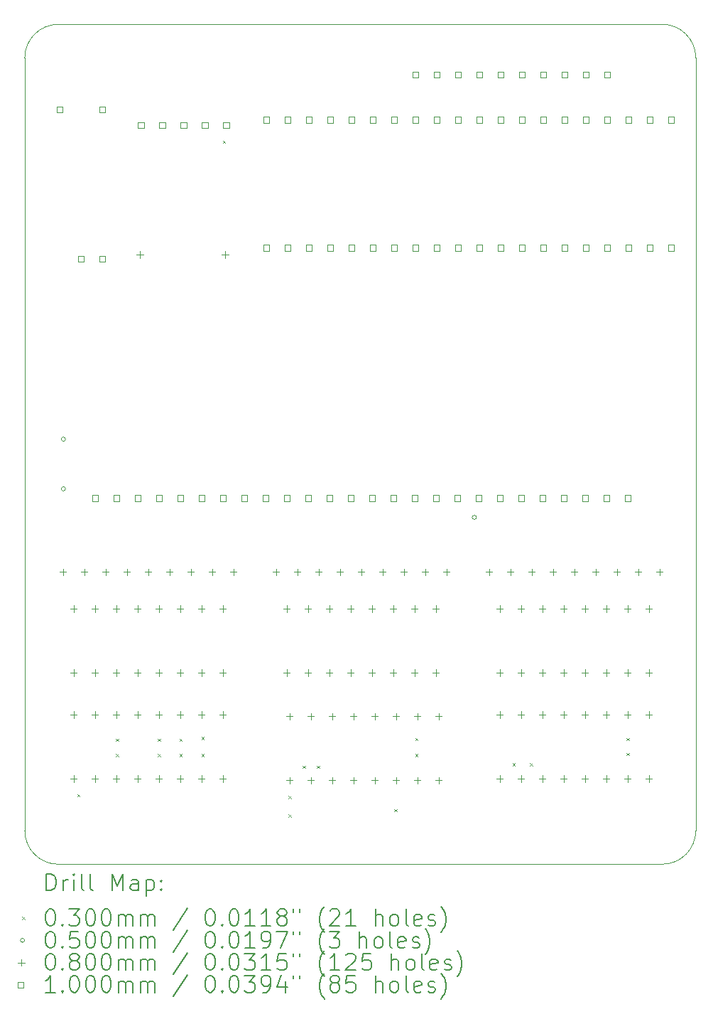
<source format=gbr>
%TF.GenerationSoftware,KiCad,Pcbnew,8.0.3*%
%TF.CreationDate,2024-06-07T18:19:55+12:00*%
%TF.ProjectId,OperationBaldr,4f706572-6174-4696-9f6e-42616c64722e,rev?*%
%TF.SameCoordinates,Original*%
%TF.FileFunction,Drillmap*%
%TF.FilePolarity,Positive*%
%FSLAX45Y45*%
G04 Gerber Fmt 4.5, Leading zero omitted, Abs format (unit mm)*
G04 Created by KiCad (PCBNEW 8.0.3) date 2024-06-07 18:19:55*
%MOMM*%
%LPD*%
G01*
G04 APERTURE LIST*
%ADD10C,0.050000*%
%ADD11C,0.200000*%
%ADD12C,0.100000*%
G04 APERTURE END LIST*
D10*
X11100000Y-4600000D02*
X11100000Y-13800000D01*
X18700000Y-4200000D02*
X11500000Y-4200000D01*
X19100000Y-13800000D02*
X19100000Y-4600000D01*
X11500000Y-14200000D02*
X18700000Y-14200000D01*
X19100000Y-13800000D02*
G75*
G02*
X18700000Y-14200000I-400000J0D01*
G01*
X18700000Y-4200000D02*
G75*
G02*
X19100000Y-4600000I0J-400000D01*
G01*
X11100000Y-4600000D02*
G75*
G02*
X11500000Y-4200000I400000J0D01*
G01*
X11500000Y-14200000D02*
G75*
G02*
X11100000Y-13800000I0J400000D01*
G01*
D11*
D12*
X11725000Y-13365000D02*
X11755000Y-13395000D01*
X11755000Y-13365000D02*
X11725000Y-13395000D01*
X12185000Y-12705000D02*
X12215000Y-12735000D01*
X12215000Y-12705000D02*
X12185000Y-12735000D01*
X12185000Y-12885000D02*
X12215000Y-12915000D01*
X12215000Y-12885000D02*
X12185000Y-12915000D01*
X12685000Y-12705000D02*
X12715000Y-12735000D01*
X12715000Y-12705000D02*
X12685000Y-12735000D01*
X12685000Y-12885000D02*
X12715000Y-12915000D01*
X12715000Y-12885000D02*
X12685000Y-12915000D01*
X12945000Y-12705000D02*
X12975000Y-12735000D01*
X12975000Y-12705000D02*
X12945000Y-12735000D01*
X12945000Y-12885000D02*
X12975000Y-12915000D01*
X12975000Y-12885000D02*
X12945000Y-12915000D01*
X13205000Y-12685000D02*
X13235000Y-12715000D01*
X13235000Y-12685000D02*
X13205000Y-12715000D01*
X13205000Y-12885000D02*
X13235000Y-12915000D01*
X13235000Y-12885000D02*
X13205000Y-12915000D01*
X13460000Y-5585000D02*
X13490000Y-5615000D01*
X13490000Y-5585000D02*
X13460000Y-5615000D01*
X14245000Y-13385000D02*
X14275000Y-13415000D01*
X14275000Y-13385000D02*
X14245000Y-13415000D01*
X14245000Y-13605000D02*
X14275000Y-13635000D01*
X14275000Y-13605000D02*
X14245000Y-13635000D01*
X14415000Y-13025000D02*
X14445000Y-13055000D01*
X14445000Y-13025000D02*
X14415000Y-13055000D01*
X14585000Y-13025000D02*
X14615000Y-13055000D01*
X14615000Y-13025000D02*
X14585000Y-13055000D01*
X15505000Y-13545000D02*
X15535000Y-13575000D01*
X15535000Y-13545000D02*
X15505000Y-13575000D01*
X15755000Y-12695000D02*
X15785000Y-12725000D01*
X15785000Y-12695000D02*
X15755000Y-12725000D01*
X15755000Y-12885000D02*
X15785000Y-12915000D01*
X15785000Y-12885000D02*
X15755000Y-12915000D01*
X16915000Y-12995000D02*
X16945000Y-13025000D01*
X16945000Y-12995000D02*
X16915000Y-13025000D01*
X17125000Y-12995000D02*
X17155000Y-13025000D01*
X17155000Y-12995000D02*
X17125000Y-13025000D01*
X18275000Y-12695000D02*
X18305000Y-12725000D01*
X18305000Y-12695000D02*
X18275000Y-12725000D01*
X18275000Y-12875000D02*
X18305000Y-12905000D01*
X18305000Y-12875000D02*
X18275000Y-12905000D01*
X11585000Y-9140000D02*
G75*
G02*
X11535000Y-9140000I-25000J0D01*
G01*
X11535000Y-9140000D02*
G75*
G02*
X11585000Y-9140000I25000J0D01*
G01*
X11585000Y-9730000D02*
G75*
G02*
X11535000Y-9730000I-25000J0D01*
G01*
X11535000Y-9730000D02*
G75*
G02*
X11585000Y-9730000I25000J0D01*
G01*
X16485000Y-10070000D02*
G75*
G02*
X16435000Y-10070000I-25000J0D01*
G01*
X16435000Y-10070000D02*
G75*
G02*
X16485000Y-10070000I25000J0D01*
G01*
X11555500Y-10680000D02*
X11555500Y-10760000D01*
X11515500Y-10720000D02*
X11595500Y-10720000D01*
X11683000Y-11118000D02*
X11683000Y-11198000D01*
X11643000Y-11158000D02*
X11723000Y-11158000D01*
X11683000Y-11880000D02*
X11683000Y-11960000D01*
X11643000Y-11920000D02*
X11723000Y-11920000D01*
X11683000Y-12380000D02*
X11683000Y-12460000D01*
X11643000Y-12420000D02*
X11723000Y-12420000D01*
X11683000Y-13142000D02*
X11683000Y-13222000D01*
X11643000Y-13182000D02*
X11723000Y-13182000D01*
X11809500Y-10680000D02*
X11809500Y-10760000D01*
X11769500Y-10720000D02*
X11849500Y-10720000D01*
X11937000Y-11118000D02*
X11937000Y-11198000D01*
X11897000Y-11158000D02*
X11977000Y-11158000D01*
X11937000Y-11880000D02*
X11937000Y-11960000D01*
X11897000Y-11920000D02*
X11977000Y-11920000D01*
X11937000Y-12380000D02*
X11937000Y-12460000D01*
X11897000Y-12420000D02*
X11977000Y-12420000D01*
X11937000Y-13142000D02*
X11937000Y-13222000D01*
X11897000Y-13182000D02*
X11977000Y-13182000D01*
X12063500Y-10680000D02*
X12063500Y-10760000D01*
X12023500Y-10720000D02*
X12103500Y-10720000D01*
X12191000Y-11118000D02*
X12191000Y-11198000D01*
X12151000Y-11158000D02*
X12231000Y-11158000D01*
X12191000Y-11880000D02*
X12191000Y-11960000D01*
X12151000Y-11920000D02*
X12231000Y-11920000D01*
X12191000Y-12380000D02*
X12191000Y-12460000D01*
X12151000Y-12420000D02*
X12231000Y-12420000D01*
X12191000Y-13142000D02*
X12191000Y-13222000D01*
X12151000Y-13182000D02*
X12231000Y-13182000D01*
X12317500Y-10680000D02*
X12317500Y-10760000D01*
X12277500Y-10720000D02*
X12357500Y-10720000D01*
X12445000Y-11118000D02*
X12445000Y-11198000D01*
X12405000Y-11158000D02*
X12485000Y-11158000D01*
X12445000Y-11880000D02*
X12445000Y-11960000D01*
X12405000Y-11920000D02*
X12485000Y-11920000D01*
X12445000Y-12380000D02*
X12445000Y-12460000D01*
X12405000Y-12420000D02*
X12485000Y-12420000D01*
X12445000Y-13142000D02*
X12445000Y-13222000D01*
X12405000Y-13182000D02*
X12485000Y-13182000D01*
X12472000Y-6900000D02*
X12472000Y-6980000D01*
X12432000Y-6940000D02*
X12512000Y-6940000D01*
X12571500Y-10680000D02*
X12571500Y-10760000D01*
X12531500Y-10720000D02*
X12611500Y-10720000D01*
X12699000Y-11118000D02*
X12699000Y-11198000D01*
X12659000Y-11158000D02*
X12739000Y-11158000D01*
X12699000Y-11880000D02*
X12699000Y-11960000D01*
X12659000Y-11920000D02*
X12739000Y-11920000D01*
X12699000Y-12380000D02*
X12699000Y-12460000D01*
X12659000Y-12420000D02*
X12739000Y-12420000D01*
X12699000Y-13142000D02*
X12699000Y-13222000D01*
X12659000Y-13182000D02*
X12739000Y-13182000D01*
X12825500Y-10680000D02*
X12825500Y-10760000D01*
X12785500Y-10720000D02*
X12865500Y-10720000D01*
X12953000Y-11118000D02*
X12953000Y-11198000D01*
X12913000Y-11158000D02*
X12993000Y-11158000D01*
X12953000Y-11880000D02*
X12953000Y-11960000D01*
X12913000Y-11920000D02*
X12993000Y-11920000D01*
X12953000Y-12380000D02*
X12953000Y-12460000D01*
X12913000Y-12420000D02*
X12993000Y-12420000D01*
X12953000Y-13142000D02*
X12953000Y-13222000D01*
X12913000Y-13182000D02*
X12993000Y-13182000D01*
X13079500Y-10680000D02*
X13079500Y-10760000D01*
X13039500Y-10720000D02*
X13119500Y-10720000D01*
X13207000Y-11118000D02*
X13207000Y-11198000D01*
X13167000Y-11158000D02*
X13247000Y-11158000D01*
X13207000Y-11880000D02*
X13207000Y-11960000D01*
X13167000Y-11920000D02*
X13247000Y-11920000D01*
X13207000Y-12380000D02*
X13207000Y-12460000D01*
X13167000Y-12420000D02*
X13247000Y-12420000D01*
X13207000Y-13142000D02*
X13207000Y-13222000D01*
X13167000Y-13182000D02*
X13247000Y-13182000D01*
X13333500Y-10680000D02*
X13333500Y-10760000D01*
X13293500Y-10720000D02*
X13373500Y-10720000D01*
X13461000Y-11118000D02*
X13461000Y-11198000D01*
X13421000Y-11158000D02*
X13501000Y-11158000D01*
X13461000Y-11880000D02*
X13461000Y-11960000D01*
X13421000Y-11920000D02*
X13501000Y-11920000D01*
X13461000Y-12380000D02*
X13461000Y-12460000D01*
X13421000Y-12420000D02*
X13501000Y-12420000D01*
X13461000Y-13142000D02*
X13461000Y-13222000D01*
X13421000Y-13182000D02*
X13501000Y-13182000D01*
X13488000Y-6900000D02*
X13488000Y-6980000D01*
X13448000Y-6940000D02*
X13528000Y-6940000D01*
X13587500Y-10680000D02*
X13587500Y-10760000D01*
X13547500Y-10720000D02*
X13627500Y-10720000D01*
X14095500Y-10680000D02*
X14095500Y-10760000D01*
X14055500Y-10720000D02*
X14135500Y-10720000D01*
X14223000Y-11118000D02*
X14223000Y-11198000D01*
X14183000Y-11158000D02*
X14263000Y-11158000D01*
X14223000Y-11880000D02*
X14223000Y-11960000D01*
X14183000Y-11920000D02*
X14263000Y-11920000D01*
X14256000Y-12400000D02*
X14256000Y-12480000D01*
X14216000Y-12440000D02*
X14296000Y-12440000D01*
X14256000Y-13162000D02*
X14256000Y-13242000D01*
X14216000Y-13202000D02*
X14296000Y-13202000D01*
X14349500Y-10680000D02*
X14349500Y-10760000D01*
X14309500Y-10720000D02*
X14389500Y-10720000D01*
X14477000Y-11118000D02*
X14477000Y-11198000D01*
X14437000Y-11158000D02*
X14517000Y-11158000D01*
X14477000Y-11880000D02*
X14477000Y-11960000D01*
X14437000Y-11920000D02*
X14517000Y-11920000D01*
X14510000Y-12400000D02*
X14510000Y-12480000D01*
X14470000Y-12440000D02*
X14550000Y-12440000D01*
X14510000Y-13162000D02*
X14510000Y-13242000D01*
X14470000Y-13202000D02*
X14550000Y-13202000D01*
X14603500Y-10680000D02*
X14603500Y-10760000D01*
X14563500Y-10720000D02*
X14643500Y-10720000D01*
X14731000Y-11118000D02*
X14731000Y-11198000D01*
X14691000Y-11158000D02*
X14771000Y-11158000D01*
X14731000Y-11880000D02*
X14731000Y-11960000D01*
X14691000Y-11920000D02*
X14771000Y-11920000D01*
X14764000Y-12400000D02*
X14764000Y-12480000D01*
X14724000Y-12440000D02*
X14804000Y-12440000D01*
X14764000Y-13162000D02*
X14764000Y-13242000D01*
X14724000Y-13202000D02*
X14804000Y-13202000D01*
X14857500Y-10680000D02*
X14857500Y-10760000D01*
X14817500Y-10720000D02*
X14897500Y-10720000D01*
X14985000Y-11118000D02*
X14985000Y-11198000D01*
X14945000Y-11158000D02*
X15025000Y-11158000D01*
X14985000Y-11880000D02*
X14985000Y-11960000D01*
X14945000Y-11920000D02*
X15025000Y-11920000D01*
X15018000Y-12400000D02*
X15018000Y-12480000D01*
X14978000Y-12440000D02*
X15058000Y-12440000D01*
X15018000Y-13162000D02*
X15018000Y-13242000D01*
X14978000Y-13202000D02*
X15058000Y-13202000D01*
X15111500Y-10680000D02*
X15111500Y-10760000D01*
X15071500Y-10720000D02*
X15151500Y-10720000D01*
X15239000Y-11118000D02*
X15239000Y-11198000D01*
X15199000Y-11158000D02*
X15279000Y-11158000D01*
X15239000Y-11880000D02*
X15239000Y-11960000D01*
X15199000Y-11920000D02*
X15279000Y-11920000D01*
X15272000Y-12400000D02*
X15272000Y-12480000D01*
X15232000Y-12440000D02*
X15312000Y-12440000D01*
X15272000Y-13162000D02*
X15272000Y-13242000D01*
X15232000Y-13202000D02*
X15312000Y-13202000D01*
X15365500Y-10680000D02*
X15365500Y-10760000D01*
X15325500Y-10720000D02*
X15405500Y-10720000D01*
X15493000Y-11118000D02*
X15493000Y-11198000D01*
X15453000Y-11158000D02*
X15533000Y-11158000D01*
X15493000Y-11880000D02*
X15493000Y-11960000D01*
X15453000Y-11920000D02*
X15533000Y-11920000D01*
X15526000Y-12400000D02*
X15526000Y-12480000D01*
X15486000Y-12440000D02*
X15566000Y-12440000D01*
X15526000Y-13162000D02*
X15526000Y-13242000D01*
X15486000Y-13202000D02*
X15566000Y-13202000D01*
X15619500Y-10680000D02*
X15619500Y-10760000D01*
X15579500Y-10720000D02*
X15659500Y-10720000D01*
X15747000Y-11118000D02*
X15747000Y-11198000D01*
X15707000Y-11158000D02*
X15787000Y-11158000D01*
X15747000Y-11880000D02*
X15747000Y-11960000D01*
X15707000Y-11920000D02*
X15787000Y-11920000D01*
X15780000Y-12400000D02*
X15780000Y-12480000D01*
X15740000Y-12440000D02*
X15820000Y-12440000D01*
X15780000Y-13162000D02*
X15780000Y-13242000D01*
X15740000Y-13202000D02*
X15820000Y-13202000D01*
X15873500Y-10680000D02*
X15873500Y-10760000D01*
X15833500Y-10720000D02*
X15913500Y-10720000D01*
X16001000Y-11118000D02*
X16001000Y-11198000D01*
X15961000Y-11158000D02*
X16041000Y-11158000D01*
X16001000Y-11880000D02*
X16001000Y-11960000D01*
X15961000Y-11920000D02*
X16041000Y-11920000D01*
X16034000Y-12400000D02*
X16034000Y-12480000D01*
X15994000Y-12440000D02*
X16074000Y-12440000D01*
X16034000Y-13162000D02*
X16034000Y-13242000D01*
X15994000Y-13202000D02*
X16074000Y-13202000D01*
X16127500Y-10680000D02*
X16127500Y-10760000D01*
X16087500Y-10720000D02*
X16167500Y-10720000D01*
X16635500Y-10680000D02*
X16635500Y-10760000D01*
X16595500Y-10720000D02*
X16675500Y-10720000D01*
X16763000Y-11118000D02*
X16763000Y-11198000D01*
X16723000Y-11158000D02*
X16803000Y-11158000D01*
X16763000Y-11880000D02*
X16763000Y-11960000D01*
X16723000Y-11920000D02*
X16803000Y-11920000D01*
X16763000Y-12380000D02*
X16763000Y-12460000D01*
X16723000Y-12420000D02*
X16803000Y-12420000D01*
X16763000Y-13142000D02*
X16763000Y-13222000D01*
X16723000Y-13182000D02*
X16803000Y-13182000D01*
X16889500Y-10680000D02*
X16889500Y-10760000D01*
X16849500Y-10720000D02*
X16929500Y-10720000D01*
X17017000Y-11118000D02*
X17017000Y-11198000D01*
X16977000Y-11158000D02*
X17057000Y-11158000D01*
X17017000Y-11880000D02*
X17017000Y-11960000D01*
X16977000Y-11920000D02*
X17057000Y-11920000D01*
X17017000Y-12380000D02*
X17017000Y-12460000D01*
X16977000Y-12420000D02*
X17057000Y-12420000D01*
X17017000Y-13142000D02*
X17017000Y-13222000D01*
X16977000Y-13182000D02*
X17057000Y-13182000D01*
X17143500Y-10680000D02*
X17143500Y-10760000D01*
X17103500Y-10720000D02*
X17183500Y-10720000D01*
X17271000Y-11118000D02*
X17271000Y-11198000D01*
X17231000Y-11158000D02*
X17311000Y-11158000D01*
X17271000Y-11880000D02*
X17271000Y-11960000D01*
X17231000Y-11920000D02*
X17311000Y-11920000D01*
X17271000Y-12380000D02*
X17271000Y-12460000D01*
X17231000Y-12420000D02*
X17311000Y-12420000D01*
X17271000Y-13142000D02*
X17271000Y-13222000D01*
X17231000Y-13182000D02*
X17311000Y-13182000D01*
X17397500Y-10680000D02*
X17397500Y-10760000D01*
X17357500Y-10720000D02*
X17437500Y-10720000D01*
X17525000Y-11118000D02*
X17525000Y-11198000D01*
X17485000Y-11158000D02*
X17565000Y-11158000D01*
X17525000Y-11880000D02*
X17525000Y-11960000D01*
X17485000Y-11920000D02*
X17565000Y-11920000D01*
X17525000Y-12380000D02*
X17525000Y-12460000D01*
X17485000Y-12420000D02*
X17565000Y-12420000D01*
X17525000Y-13142000D02*
X17525000Y-13222000D01*
X17485000Y-13182000D02*
X17565000Y-13182000D01*
X17651500Y-10680000D02*
X17651500Y-10760000D01*
X17611500Y-10720000D02*
X17691500Y-10720000D01*
X17779000Y-11118000D02*
X17779000Y-11198000D01*
X17739000Y-11158000D02*
X17819000Y-11158000D01*
X17779000Y-11880000D02*
X17779000Y-11960000D01*
X17739000Y-11920000D02*
X17819000Y-11920000D01*
X17779000Y-12380000D02*
X17779000Y-12460000D01*
X17739000Y-12420000D02*
X17819000Y-12420000D01*
X17779000Y-13142000D02*
X17779000Y-13222000D01*
X17739000Y-13182000D02*
X17819000Y-13182000D01*
X17905500Y-10680000D02*
X17905500Y-10760000D01*
X17865500Y-10720000D02*
X17945500Y-10720000D01*
X18033000Y-11118000D02*
X18033000Y-11198000D01*
X17993000Y-11158000D02*
X18073000Y-11158000D01*
X18033000Y-11880000D02*
X18033000Y-11960000D01*
X17993000Y-11920000D02*
X18073000Y-11920000D01*
X18033000Y-12380000D02*
X18033000Y-12460000D01*
X17993000Y-12420000D02*
X18073000Y-12420000D01*
X18033000Y-13142000D02*
X18033000Y-13222000D01*
X17993000Y-13182000D02*
X18073000Y-13182000D01*
X18159500Y-10680000D02*
X18159500Y-10760000D01*
X18119500Y-10720000D02*
X18199500Y-10720000D01*
X18287000Y-11118000D02*
X18287000Y-11198000D01*
X18247000Y-11158000D02*
X18327000Y-11158000D01*
X18287000Y-11880000D02*
X18287000Y-11960000D01*
X18247000Y-11920000D02*
X18327000Y-11920000D01*
X18287000Y-12380000D02*
X18287000Y-12460000D01*
X18247000Y-12420000D02*
X18327000Y-12420000D01*
X18287000Y-13142000D02*
X18287000Y-13222000D01*
X18247000Y-13182000D02*
X18327000Y-13182000D01*
X18413500Y-10680000D02*
X18413500Y-10760000D01*
X18373500Y-10720000D02*
X18453500Y-10720000D01*
X18541000Y-11118000D02*
X18541000Y-11198000D01*
X18501000Y-11158000D02*
X18581000Y-11158000D01*
X18541000Y-11880000D02*
X18541000Y-11960000D01*
X18501000Y-11920000D02*
X18581000Y-11920000D01*
X18541000Y-12380000D02*
X18541000Y-12460000D01*
X18501000Y-12420000D02*
X18581000Y-12420000D01*
X18541000Y-13142000D02*
X18541000Y-13222000D01*
X18501000Y-13182000D02*
X18581000Y-13182000D01*
X18667500Y-10680000D02*
X18667500Y-10760000D01*
X18627500Y-10720000D02*
X18707500Y-10720000D01*
X11553356Y-5250856D02*
X11553356Y-5180144D01*
X11482644Y-5180144D01*
X11482644Y-5250856D01*
X11553356Y-5250856D01*
X11807356Y-7028856D02*
X11807356Y-6958144D01*
X11736644Y-6958144D01*
X11736644Y-7028856D01*
X11807356Y-7028856D01*
X11973356Y-9877856D02*
X11973356Y-9807144D01*
X11902644Y-9807144D01*
X11902644Y-9877856D01*
X11973356Y-9877856D01*
X12061356Y-5250856D02*
X12061356Y-5180144D01*
X11990644Y-5180144D01*
X11990644Y-5250856D01*
X12061356Y-5250856D01*
X12061356Y-7028856D02*
X12061356Y-6958144D01*
X11990644Y-6958144D01*
X11990644Y-7028856D01*
X12061356Y-7028856D01*
X12227356Y-9877856D02*
X12227356Y-9807144D01*
X12156644Y-9807144D01*
X12156644Y-9877856D01*
X12227356Y-9877856D01*
X12481356Y-9877856D02*
X12481356Y-9807144D01*
X12410644Y-9807144D01*
X12410644Y-9877856D01*
X12481356Y-9877856D01*
X12519356Y-5435356D02*
X12519356Y-5364644D01*
X12448644Y-5364644D01*
X12448644Y-5435356D01*
X12519356Y-5435356D01*
X12735356Y-9877856D02*
X12735356Y-9807144D01*
X12664644Y-9807144D01*
X12664644Y-9877856D01*
X12735356Y-9877856D01*
X12773356Y-5435356D02*
X12773356Y-5364644D01*
X12702644Y-5364644D01*
X12702644Y-5435356D01*
X12773356Y-5435356D01*
X12989356Y-9877856D02*
X12989356Y-9807144D01*
X12918644Y-9807144D01*
X12918644Y-9877856D01*
X12989356Y-9877856D01*
X13027356Y-5435356D02*
X13027356Y-5364644D01*
X12956644Y-5364644D01*
X12956644Y-5435356D01*
X13027356Y-5435356D01*
X13243356Y-9877856D02*
X13243356Y-9807144D01*
X13172644Y-9807144D01*
X13172644Y-9877856D01*
X13243356Y-9877856D01*
X13281356Y-5435356D02*
X13281356Y-5364644D01*
X13210644Y-5364644D01*
X13210644Y-5435356D01*
X13281356Y-5435356D01*
X13497356Y-9877856D02*
X13497356Y-9807144D01*
X13426644Y-9807144D01*
X13426644Y-9877856D01*
X13497356Y-9877856D01*
X13535356Y-5435356D02*
X13535356Y-5364644D01*
X13464644Y-5364644D01*
X13464644Y-5435356D01*
X13535356Y-5435356D01*
X13751356Y-9877856D02*
X13751356Y-9807144D01*
X13680644Y-9807144D01*
X13680644Y-9877856D01*
X13751356Y-9877856D01*
X14005356Y-9877856D02*
X14005356Y-9807144D01*
X13934644Y-9807144D01*
X13934644Y-9877856D01*
X14005356Y-9877856D01*
X14017356Y-5371356D02*
X14017356Y-5300644D01*
X13946644Y-5300644D01*
X13946644Y-5371356D01*
X14017356Y-5371356D01*
X14017356Y-6895356D02*
X14017356Y-6824644D01*
X13946644Y-6824644D01*
X13946644Y-6895356D01*
X14017356Y-6895356D01*
X14259356Y-9877856D02*
X14259356Y-9807144D01*
X14188644Y-9807144D01*
X14188644Y-9877856D01*
X14259356Y-9877856D01*
X14271356Y-5371356D02*
X14271356Y-5300644D01*
X14200644Y-5300644D01*
X14200644Y-5371356D01*
X14271356Y-5371356D01*
X14271356Y-6895356D02*
X14271356Y-6824644D01*
X14200644Y-6824644D01*
X14200644Y-6895356D01*
X14271356Y-6895356D01*
X14513356Y-9877856D02*
X14513356Y-9807144D01*
X14442644Y-9807144D01*
X14442644Y-9877856D01*
X14513356Y-9877856D01*
X14525356Y-5371356D02*
X14525356Y-5300644D01*
X14454644Y-5300644D01*
X14454644Y-5371356D01*
X14525356Y-5371356D01*
X14525356Y-6895356D02*
X14525356Y-6824644D01*
X14454644Y-6824644D01*
X14454644Y-6895356D01*
X14525356Y-6895356D01*
X14767356Y-9877856D02*
X14767356Y-9807144D01*
X14696644Y-9807144D01*
X14696644Y-9877856D01*
X14767356Y-9877856D01*
X14779356Y-5371356D02*
X14779356Y-5300644D01*
X14708644Y-5300644D01*
X14708644Y-5371356D01*
X14779356Y-5371356D01*
X14779356Y-6895356D02*
X14779356Y-6824644D01*
X14708644Y-6824644D01*
X14708644Y-6895356D01*
X14779356Y-6895356D01*
X15021356Y-9877856D02*
X15021356Y-9807144D01*
X14950644Y-9807144D01*
X14950644Y-9877856D01*
X15021356Y-9877856D01*
X15033356Y-5371356D02*
X15033356Y-5300644D01*
X14962644Y-5300644D01*
X14962644Y-5371356D01*
X15033356Y-5371356D01*
X15033356Y-6895356D02*
X15033356Y-6824644D01*
X14962644Y-6824644D01*
X14962644Y-6895356D01*
X15033356Y-6895356D01*
X15275356Y-9877856D02*
X15275356Y-9807144D01*
X15204644Y-9807144D01*
X15204644Y-9877856D01*
X15275356Y-9877856D01*
X15287356Y-5371356D02*
X15287356Y-5300644D01*
X15216644Y-5300644D01*
X15216644Y-5371356D01*
X15287356Y-5371356D01*
X15287356Y-6895356D02*
X15287356Y-6824644D01*
X15216644Y-6824644D01*
X15216644Y-6895356D01*
X15287356Y-6895356D01*
X15529356Y-9877856D02*
X15529356Y-9807144D01*
X15458644Y-9807144D01*
X15458644Y-9877856D01*
X15529356Y-9877856D01*
X15541356Y-5371356D02*
X15541356Y-5300644D01*
X15470644Y-5300644D01*
X15470644Y-5371356D01*
X15541356Y-5371356D01*
X15541356Y-6895356D02*
X15541356Y-6824644D01*
X15470644Y-6824644D01*
X15470644Y-6895356D01*
X15541356Y-6895356D01*
X15783356Y-9877856D02*
X15783356Y-9807144D01*
X15712644Y-9807144D01*
X15712644Y-9877856D01*
X15783356Y-9877856D01*
X15795356Y-4835356D02*
X15795356Y-4764644D01*
X15724644Y-4764644D01*
X15724644Y-4835356D01*
X15795356Y-4835356D01*
X15795356Y-5371356D02*
X15795356Y-5300644D01*
X15724644Y-5300644D01*
X15724644Y-5371356D01*
X15795356Y-5371356D01*
X15795356Y-6895356D02*
X15795356Y-6824644D01*
X15724644Y-6824644D01*
X15724644Y-6895356D01*
X15795356Y-6895356D01*
X16037356Y-9877856D02*
X16037356Y-9807144D01*
X15966644Y-9807144D01*
X15966644Y-9877856D01*
X16037356Y-9877856D01*
X16049356Y-4835356D02*
X16049356Y-4764644D01*
X15978644Y-4764644D01*
X15978644Y-4835356D01*
X16049356Y-4835356D01*
X16049356Y-5371356D02*
X16049356Y-5300644D01*
X15978644Y-5300644D01*
X15978644Y-5371356D01*
X16049356Y-5371356D01*
X16049356Y-6895356D02*
X16049356Y-6824644D01*
X15978644Y-6824644D01*
X15978644Y-6895356D01*
X16049356Y-6895356D01*
X16291356Y-9877856D02*
X16291356Y-9807144D01*
X16220644Y-9807144D01*
X16220644Y-9877856D01*
X16291356Y-9877856D01*
X16303356Y-4835356D02*
X16303356Y-4764644D01*
X16232644Y-4764644D01*
X16232644Y-4835356D01*
X16303356Y-4835356D01*
X16303356Y-5371356D02*
X16303356Y-5300644D01*
X16232644Y-5300644D01*
X16232644Y-5371356D01*
X16303356Y-5371356D01*
X16303356Y-6895356D02*
X16303356Y-6824644D01*
X16232644Y-6824644D01*
X16232644Y-6895356D01*
X16303356Y-6895356D01*
X16545356Y-9877856D02*
X16545356Y-9807144D01*
X16474644Y-9807144D01*
X16474644Y-9877856D01*
X16545356Y-9877856D01*
X16557356Y-4835356D02*
X16557356Y-4764644D01*
X16486644Y-4764644D01*
X16486644Y-4835356D01*
X16557356Y-4835356D01*
X16557356Y-5371356D02*
X16557356Y-5300644D01*
X16486644Y-5300644D01*
X16486644Y-5371356D01*
X16557356Y-5371356D01*
X16557356Y-6895356D02*
X16557356Y-6824644D01*
X16486644Y-6824644D01*
X16486644Y-6895356D01*
X16557356Y-6895356D01*
X16799356Y-9877856D02*
X16799356Y-9807144D01*
X16728644Y-9807144D01*
X16728644Y-9877856D01*
X16799356Y-9877856D01*
X16811356Y-4835356D02*
X16811356Y-4764644D01*
X16740644Y-4764644D01*
X16740644Y-4835356D01*
X16811356Y-4835356D01*
X16811356Y-5371356D02*
X16811356Y-5300644D01*
X16740644Y-5300644D01*
X16740644Y-5371356D01*
X16811356Y-5371356D01*
X16811356Y-6895356D02*
X16811356Y-6824644D01*
X16740644Y-6824644D01*
X16740644Y-6895356D01*
X16811356Y-6895356D01*
X17053356Y-9877856D02*
X17053356Y-9807144D01*
X16982644Y-9807144D01*
X16982644Y-9877856D01*
X17053356Y-9877856D01*
X17065356Y-4835356D02*
X17065356Y-4764644D01*
X16994644Y-4764644D01*
X16994644Y-4835356D01*
X17065356Y-4835356D01*
X17065356Y-5371356D02*
X17065356Y-5300644D01*
X16994644Y-5300644D01*
X16994644Y-5371356D01*
X17065356Y-5371356D01*
X17065356Y-6895356D02*
X17065356Y-6824644D01*
X16994644Y-6824644D01*
X16994644Y-6895356D01*
X17065356Y-6895356D01*
X17307356Y-9877856D02*
X17307356Y-9807144D01*
X17236644Y-9807144D01*
X17236644Y-9877856D01*
X17307356Y-9877856D01*
X17319356Y-4835356D02*
X17319356Y-4764644D01*
X17248644Y-4764644D01*
X17248644Y-4835356D01*
X17319356Y-4835356D01*
X17319356Y-5371356D02*
X17319356Y-5300644D01*
X17248644Y-5300644D01*
X17248644Y-5371356D01*
X17319356Y-5371356D01*
X17319356Y-6895356D02*
X17319356Y-6824644D01*
X17248644Y-6824644D01*
X17248644Y-6895356D01*
X17319356Y-6895356D01*
X17561356Y-9877856D02*
X17561356Y-9807144D01*
X17490644Y-9807144D01*
X17490644Y-9877856D01*
X17561356Y-9877856D01*
X17573356Y-4835356D02*
X17573356Y-4764644D01*
X17502644Y-4764644D01*
X17502644Y-4835356D01*
X17573356Y-4835356D01*
X17573356Y-5371356D02*
X17573356Y-5300644D01*
X17502644Y-5300644D01*
X17502644Y-5371356D01*
X17573356Y-5371356D01*
X17573356Y-6895356D02*
X17573356Y-6824644D01*
X17502644Y-6824644D01*
X17502644Y-6895356D01*
X17573356Y-6895356D01*
X17815356Y-9877856D02*
X17815356Y-9807144D01*
X17744644Y-9807144D01*
X17744644Y-9877856D01*
X17815356Y-9877856D01*
X17827356Y-4835356D02*
X17827356Y-4764644D01*
X17756644Y-4764644D01*
X17756644Y-4835356D01*
X17827356Y-4835356D01*
X17827356Y-5371356D02*
X17827356Y-5300644D01*
X17756644Y-5300644D01*
X17756644Y-5371356D01*
X17827356Y-5371356D01*
X17827356Y-6895356D02*
X17827356Y-6824644D01*
X17756644Y-6824644D01*
X17756644Y-6895356D01*
X17827356Y-6895356D01*
X18069356Y-9877856D02*
X18069356Y-9807144D01*
X17998644Y-9807144D01*
X17998644Y-9877856D01*
X18069356Y-9877856D01*
X18081356Y-4835356D02*
X18081356Y-4764644D01*
X18010644Y-4764644D01*
X18010644Y-4835356D01*
X18081356Y-4835356D01*
X18081356Y-5371356D02*
X18081356Y-5300644D01*
X18010644Y-5300644D01*
X18010644Y-5371356D01*
X18081356Y-5371356D01*
X18081356Y-6895356D02*
X18081356Y-6824644D01*
X18010644Y-6824644D01*
X18010644Y-6895356D01*
X18081356Y-6895356D01*
X18323356Y-9877856D02*
X18323356Y-9807144D01*
X18252644Y-9807144D01*
X18252644Y-9877856D01*
X18323356Y-9877856D01*
X18335356Y-5371356D02*
X18335356Y-5300644D01*
X18264644Y-5300644D01*
X18264644Y-5371356D01*
X18335356Y-5371356D01*
X18335356Y-6895356D02*
X18335356Y-6824644D01*
X18264644Y-6824644D01*
X18264644Y-6895356D01*
X18335356Y-6895356D01*
X18589356Y-5371356D02*
X18589356Y-5300644D01*
X18518644Y-5300644D01*
X18518644Y-5371356D01*
X18589356Y-5371356D01*
X18589356Y-6895356D02*
X18589356Y-6824644D01*
X18518644Y-6824644D01*
X18518644Y-6895356D01*
X18589356Y-6895356D01*
X18843356Y-5371356D02*
X18843356Y-5300644D01*
X18772644Y-5300644D01*
X18772644Y-5371356D01*
X18843356Y-5371356D01*
X18843356Y-6895356D02*
X18843356Y-6824644D01*
X18772644Y-6824644D01*
X18772644Y-6895356D01*
X18843356Y-6895356D01*
D11*
X11358277Y-14513984D02*
X11358277Y-14313984D01*
X11358277Y-14313984D02*
X11405896Y-14313984D01*
X11405896Y-14313984D02*
X11434467Y-14323508D01*
X11434467Y-14323508D02*
X11453515Y-14342555D01*
X11453515Y-14342555D02*
X11463039Y-14361603D01*
X11463039Y-14361603D02*
X11472562Y-14399698D01*
X11472562Y-14399698D02*
X11472562Y-14428269D01*
X11472562Y-14428269D02*
X11463039Y-14466365D01*
X11463039Y-14466365D02*
X11453515Y-14485412D01*
X11453515Y-14485412D02*
X11434467Y-14504460D01*
X11434467Y-14504460D02*
X11405896Y-14513984D01*
X11405896Y-14513984D02*
X11358277Y-14513984D01*
X11558277Y-14513984D02*
X11558277Y-14380650D01*
X11558277Y-14418746D02*
X11567801Y-14399698D01*
X11567801Y-14399698D02*
X11577324Y-14390174D01*
X11577324Y-14390174D02*
X11596372Y-14380650D01*
X11596372Y-14380650D02*
X11615420Y-14380650D01*
X11682086Y-14513984D02*
X11682086Y-14380650D01*
X11682086Y-14313984D02*
X11672562Y-14323508D01*
X11672562Y-14323508D02*
X11682086Y-14333031D01*
X11682086Y-14333031D02*
X11691610Y-14323508D01*
X11691610Y-14323508D02*
X11682086Y-14313984D01*
X11682086Y-14313984D02*
X11682086Y-14333031D01*
X11805896Y-14513984D02*
X11786848Y-14504460D01*
X11786848Y-14504460D02*
X11777324Y-14485412D01*
X11777324Y-14485412D02*
X11777324Y-14313984D01*
X11910658Y-14513984D02*
X11891610Y-14504460D01*
X11891610Y-14504460D02*
X11882086Y-14485412D01*
X11882086Y-14485412D02*
X11882086Y-14313984D01*
X12139229Y-14513984D02*
X12139229Y-14313984D01*
X12139229Y-14313984D02*
X12205896Y-14456841D01*
X12205896Y-14456841D02*
X12272562Y-14313984D01*
X12272562Y-14313984D02*
X12272562Y-14513984D01*
X12453515Y-14513984D02*
X12453515Y-14409222D01*
X12453515Y-14409222D02*
X12443991Y-14390174D01*
X12443991Y-14390174D02*
X12424943Y-14380650D01*
X12424943Y-14380650D02*
X12386848Y-14380650D01*
X12386848Y-14380650D02*
X12367801Y-14390174D01*
X12453515Y-14504460D02*
X12434467Y-14513984D01*
X12434467Y-14513984D02*
X12386848Y-14513984D01*
X12386848Y-14513984D02*
X12367801Y-14504460D01*
X12367801Y-14504460D02*
X12358277Y-14485412D01*
X12358277Y-14485412D02*
X12358277Y-14466365D01*
X12358277Y-14466365D02*
X12367801Y-14447317D01*
X12367801Y-14447317D02*
X12386848Y-14437793D01*
X12386848Y-14437793D02*
X12434467Y-14437793D01*
X12434467Y-14437793D02*
X12453515Y-14428269D01*
X12548753Y-14380650D02*
X12548753Y-14580650D01*
X12548753Y-14390174D02*
X12567801Y-14380650D01*
X12567801Y-14380650D02*
X12605896Y-14380650D01*
X12605896Y-14380650D02*
X12624943Y-14390174D01*
X12624943Y-14390174D02*
X12634467Y-14399698D01*
X12634467Y-14399698D02*
X12643991Y-14418746D01*
X12643991Y-14418746D02*
X12643991Y-14475888D01*
X12643991Y-14475888D02*
X12634467Y-14494936D01*
X12634467Y-14494936D02*
X12624943Y-14504460D01*
X12624943Y-14504460D02*
X12605896Y-14513984D01*
X12605896Y-14513984D02*
X12567801Y-14513984D01*
X12567801Y-14513984D02*
X12548753Y-14504460D01*
X12729705Y-14494936D02*
X12739229Y-14504460D01*
X12739229Y-14504460D02*
X12729705Y-14513984D01*
X12729705Y-14513984D02*
X12720182Y-14504460D01*
X12720182Y-14504460D02*
X12729705Y-14494936D01*
X12729705Y-14494936D02*
X12729705Y-14513984D01*
X12729705Y-14390174D02*
X12739229Y-14399698D01*
X12739229Y-14399698D02*
X12729705Y-14409222D01*
X12729705Y-14409222D02*
X12720182Y-14399698D01*
X12720182Y-14399698D02*
X12729705Y-14390174D01*
X12729705Y-14390174D02*
X12729705Y-14409222D01*
D12*
X11067500Y-14827500D02*
X11097500Y-14857500D01*
X11097500Y-14827500D02*
X11067500Y-14857500D01*
D11*
X11396372Y-14733984D02*
X11415420Y-14733984D01*
X11415420Y-14733984D02*
X11434467Y-14743508D01*
X11434467Y-14743508D02*
X11443991Y-14753031D01*
X11443991Y-14753031D02*
X11453515Y-14772079D01*
X11453515Y-14772079D02*
X11463039Y-14810174D01*
X11463039Y-14810174D02*
X11463039Y-14857793D01*
X11463039Y-14857793D02*
X11453515Y-14895888D01*
X11453515Y-14895888D02*
X11443991Y-14914936D01*
X11443991Y-14914936D02*
X11434467Y-14924460D01*
X11434467Y-14924460D02*
X11415420Y-14933984D01*
X11415420Y-14933984D02*
X11396372Y-14933984D01*
X11396372Y-14933984D02*
X11377324Y-14924460D01*
X11377324Y-14924460D02*
X11367801Y-14914936D01*
X11367801Y-14914936D02*
X11358277Y-14895888D01*
X11358277Y-14895888D02*
X11348753Y-14857793D01*
X11348753Y-14857793D02*
X11348753Y-14810174D01*
X11348753Y-14810174D02*
X11358277Y-14772079D01*
X11358277Y-14772079D02*
X11367801Y-14753031D01*
X11367801Y-14753031D02*
X11377324Y-14743508D01*
X11377324Y-14743508D02*
X11396372Y-14733984D01*
X11548753Y-14914936D02*
X11558277Y-14924460D01*
X11558277Y-14924460D02*
X11548753Y-14933984D01*
X11548753Y-14933984D02*
X11539229Y-14924460D01*
X11539229Y-14924460D02*
X11548753Y-14914936D01*
X11548753Y-14914936D02*
X11548753Y-14933984D01*
X11624943Y-14733984D02*
X11748753Y-14733984D01*
X11748753Y-14733984D02*
X11682086Y-14810174D01*
X11682086Y-14810174D02*
X11710658Y-14810174D01*
X11710658Y-14810174D02*
X11729705Y-14819698D01*
X11729705Y-14819698D02*
X11739229Y-14829222D01*
X11739229Y-14829222D02*
X11748753Y-14848269D01*
X11748753Y-14848269D02*
X11748753Y-14895888D01*
X11748753Y-14895888D02*
X11739229Y-14914936D01*
X11739229Y-14914936D02*
X11729705Y-14924460D01*
X11729705Y-14924460D02*
X11710658Y-14933984D01*
X11710658Y-14933984D02*
X11653515Y-14933984D01*
X11653515Y-14933984D02*
X11634467Y-14924460D01*
X11634467Y-14924460D02*
X11624943Y-14914936D01*
X11872562Y-14733984D02*
X11891610Y-14733984D01*
X11891610Y-14733984D02*
X11910658Y-14743508D01*
X11910658Y-14743508D02*
X11920182Y-14753031D01*
X11920182Y-14753031D02*
X11929705Y-14772079D01*
X11929705Y-14772079D02*
X11939229Y-14810174D01*
X11939229Y-14810174D02*
X11939229Y-14857793D01*
X11939229Y-14857793D02*
X11929705Y-14895888D01*
X11929705Y-14895888D02*
X11920182Y-14914936D01*
X11920182Y-14914936D02*
X11910658Y-14924460D01*
X11910658Y-14924460D02*
X11891610Y-14933984D01*
X11891610Y-14933984D02*
X11872562Y-14933984D01*
X11872562Y-14933984D02*
X11853515Y-14924460D01*
X11853515Y-14924460D02*
X11843991Y-14914936D01*
X11843991Y-14914936D02*
X11834467Y-14895888D01*
X11834467Y-14895888D02*
X11824943Y-14857793D01*
X11824943Y-14857793D02*
X11824943Y-14810174D01*
X11824943Y-14810174D02*
X11834467Y-14772079D01*
X11834467Y-14772079D02*
X11843991Y-14753031D01*
X11843991Y-14753031D02*
X11853515Y-14743508D01*
X11853515Y-14743508D02*
X11872562Y-14733984D01*
X12063039Y-14733984D02*
X12082086Y-14733984D01*
X12082086Y-14733984D02*
X12101134Y-14743508D01*
X12101134Y-14743508D02*
X12110658Y-14753031D01*
X12110658Y-14753031D02*
X12120182Y-14772079D01*
X12120182Y-14772079D02*
X12129705Y-14810174D01*
X12129705Y-14810174D02*
X12129705Y-14857793D01*
X12129705Y-14857793D02*
X12120182Y-14895888D01*
X12120182Y-14895888D02*
X12110658Y-14914936D01*
X12110658Y-14914936D02*
X12101134Y-14924460D01*
X12101134Y-14924460D02*
X12082086Y-14933984D01*
X12082086Y-14933984D02*
X12063039Y-14933984D01*
X12063039Y-14933984D02*
X12043991Y-14924460D01*
X12043991Y-14924460D02*
X12034467Y-14914936D01*
X12034467Y-14914936D02*
X12024943Y-14895888D01*
X12024943Y-14895888D02*
X12015420Y-14857793D01*
X12015420Y-14857793D02*
X12015420Y-14810174D01*
X12015420Y-14810174D02*
X12024943Y-14772079D01*
X12024943Y-14772079D02*
X12034467Y-14753031D01*
X12034467Y-14753031D02*
X12043991Y-14743508D01*
X12043991Y-14743508D02*
X12063039Y-14733984D01*
X12215420Y-14933984D02*
X12215420Y-14800650D01*
X12215420Y-14819698D02*
X12224943Y-14810174D01*
X12224943Y-14810174D02*
X12243991Y-14800650D01*
X12243991Y-14800650D02*
X12272563Y-14800650D01*
X12272563Y-14800650D02*
X12291610Y-14810174D01*
X12291610Y-14810174D02*
X12301134Y-14829222D01*
X12301134Y-14829222D02*
X12301134Y-14933984D01*
X12301134Y-14829222D02*
X12310658Y-14810174D01*
X12310658Y-14810174D02*
X12329705Y-14800650D01*
X12329705Y-14800650D02*
X12358277Y-14800650D01*
X12358277Y-14800650D02*
X12377324Y-14810174D01*
X12377324Y-14810174D02*
X12386848Y-14829222D01*
X12386848Y-14829222D02*
X12386848Y-14933984D01*
X12482086Y-14933984D02*
X12482086Y-14800650D01*
X12482086Y-14819698D02*
X12491610Y-14810174D01*
X12491610Y-14810174D02*
X12510658Y-14800650D01*
X12510658Y-14800650D02*
X12539229Y-14800650D01*
X12539229Y-14800650D02*
X12558277Y-14810174D01*
X12558277Y-14810174D02*
X12567801Y-14829222D01*
X12567801Y-14829222D02*
X12567801Y-14933984D01*
X12567801Y-14829222D02*
X12577324Y-14810174D01*
X12577324Y-14810174D02*
X12596372Y-14800650D01*
X12596372Y-14800650D02*
X12624943Y-14800650D01*
X12624943Y-14800650D02*
X12643991Y-14810174D01*
X12643991Y-14810174D02*
X12653515Y-14829222D01*
X12653515Y-14829222D02*
X12653515Y-14933984D01*
X13043991Y-14724460D02*
X12872563Y-14981603D01*
X13301134Y-14733984D02*
X13320182Y-14733984D01*
X13320182Y-14733984D02*
X13339229Y-14743508D01*
X13339229Y-14743508D02*
X13348753Y-14753031D01*
X13348753Y-14753031D02*
X13358277Y-14772079D01*
X13358277Y-14772079D02*
X13367801Y-14810174D01*
X13367801Y-14810174D02*
X13367801Y-14857793D01*
X13367801Y-14857793D02*
X13358277Y-14895888D01*
X13358277Y-14895888D02*
X13348753Y-14914936D01*
X13348753Y-14914936D02*
X13339229Y-14924460D01*
X13339229Y-14924460D02*
X13320182Y-14933984D01*
X13320182Y-14933984D02*
X13301134Y-14933984D01*
X13301134Y-14933984D02*
X13282086Y-14924460D01*
X13282086Y-14924460D02*
X13272563Y-14914936D01*
X13272563Y-14914936D02*
X13263039Y-14895888D01*
X13263039Y-14895888D02*
X13253515Y-14857793D01*
X13253515Y-14857793D02*
X13253515Y-14810174D01*
X13253515Y-14810174D02*
X13263039Y-14772079D01*
X13263039Y-14772079D02*
X13272563Y-14753031D01*
X13272563Y-14753031D02*
X13282086Y-14743508D01*
X13282086Y-14743508D02*
X13301134Y-14733984D01*
X13453515Y-14914936D02*
X13463039Y-14924460D01*
X13463039Y-14924460D02*
X13453515Y-14933984D01*
X13453515Y-14933984D02*
X13443991Y-14924460D01*
X13443991Y-14924460D02*
X13453515Y-14914936D01*
X13453515Y-14914936D02*
X13453515Y-14933984D01*
X13586848Y-14733984D02*
X13605896Y-14733984D01*
X13605896Y-14733984D02*
X13624944Y-14743508D01*
X13624944Y-14743508D02*
X13634467Y-14753031D01*
X13634467Y-14753031D02*
X13643991Y-14772079D01*
X13643991Y-14772079D02*
X13653515Y-14810174D01*
X13653515Y-14810174D02*
X13653515Y-14857793D01*
X13653515Y-14857793D02*
X13643991Y-14895888D01*
X13643991Y-14895888D02*
X13634467Y-14914936D01*
X13634467Y-14914936D02*
X13624944Y-14924460D01*
X13624944Y-14924460D02*
X13605896Y-14933984D01*
X13605896Y-14933984D02*
X13586848Y-14933984D01*
X13586848Y-14933984D02*
X13567801Y-14924460D01*
X13567801Y-14924460D02*
X13558277Y-14914936D01*
X13558277Y-14914936D02*
X13548753Y-14895888D01*
X13548753Y-14895888D02*
X13539229Y-14857793D01*
X13539229Y-14857793D02*
X13539229Y-14810174D01*
X13539229Y-14810174D02*
X13548753Y-14772079D01*
X13548753Y-14772079D02*
X13558277Y-14753031D01*
X13558277Y-14753031D02*
X13567801Y-14743508D01*
X13567801Y-14743508D02*
X13586848Y-14733984D01*
X13843991Y-14933984D02*
X13729706Y-14933984D01*
X13786848Y-14933984D02*
X13786848Y-14733984D01*
X13786848Y-14733984D02*
X13767801Y-14762555D01*
X13767801Y-14762555D02*
X13748753Y-14781603D01*
X13748753Y-14781603D02*
X13729706Y-14791127D01*
X14034467Y-14933984D02*
X13920182Y-14933984D01*
X13977325Y-14933984D02*
X13977325Y-14733984D01*
X13977325Y-14733984D02*
X13958277Y-14762555D01*
X13958277Y-14762555D02*
X13939229Y-14781603D01*
X13939229Y-14781603D02*
X13920182Y-14791127D01*
X14148753Y-14819698D02*
X14129706Y-14810174D01*
X14129706Y-14810174D02*
X14120182Y-14800650D01*
X14120182Y-14800650D02*
X14110658Y-14781603D01*
X14110658Y-14781603D02*
X14110658Y-14772079D01*
X14110658Y-14772079D02*
X14120182Y-14753031D01*
X14120182Y-14753031D02*
X14129706Y-14743508D01*
X14129706Y-14743508D02*
X14148753Y-14733984D01*
X14148753Y-14733984D02*
X14186848Y-14733984D01*
X14186848Y-14733984D02*
X14205896Y-14743508D01*
X14205896Y-14743508D02*
X14215420Y-14753031D01*
X14215420Y-14753031D02*
X14224944Y-14772079D01*
X14224944Y-14772079D02*
X14224944Y-14781603D01*
X14224944Y-14781603D02*
X14215420Y-14800650D01*
X14215420Y-14800650D02*
X14205896Y-14810174D01*
X14205896Y-14810174D02*
X14186848Y-14819698D01*
X14186848Y-14819698D02*
X14148753Y-14819698D01*
X14148753Y-14819698D02*
X14129706Y-14829222D01*
X14129706Y-14829222D02*
X14120182Y-14838746D01*
X14120182Y-14838746D02*
X14110658Y-14857793D01*
X14110658Y-14857793D02*
X14110658Y-14895888D01*
X14110658Y-14895888D02*
X14120182Y-14914936D01*
X14120182Y-14914936D02*
X14129706Y-14924460D01*
X14129706Y-14924460D02*
X14148753Y-14933984D01*
X14148753Y-14933984D02*
X14186848Y-14933984D01*
X14186848Y-14933984D02*
X14205896Y-14924460D01*
X14205896Y-14924460D02*
X14215420Y-14914936D01*
X14215420Y-14914936D02*
X14224944Y-14895888D01*
X14224944Y-14895888D02*
X14224944Y-14857793D01*
X14224944Y-14857793D02*
X14215420Y-14838746D01*
X14215420Y-14838746D02*
X14205896Y-14829222D01*
X14205896Y-14829222D02*
X14186848Y-14819698D01*
X14301134Y-14733984D02*
X14301134Y-14772079D01*
X14377325Y-14733984D02*
X14377325Y-14772079D01*
X14672563Y-15010174D02*
X14663039Y-15000650D01*
X14663039Y-15000650D02*
X14643991Y-14972079D01*
X14643991Y-14972079D02*
X14634468Y-14953031D01*
X14634468Y-14953031D02*
X14624944Y-14924460D01*
X14624944Y-14924460D02*
X14615420Y-14876841D01*
X14615420Y-14876841D02*
X14615420Y-14838746D01*
X14615420Y-14838746D02*
X14624944Y-14791127D01*
X14624944Y-14791127D02*
X14634468Y-14762555D01*
X14634468Y-14762555D02*
X14643991Y-14743508D01*
X14643991Y-14743508D02*
X14663039Y-14714936D01*
X14663039Y-14714936D02*
X14672563Y-14705412D01*
X14739229Y-14753031D02*
X14748753Y-14743508D01*
X14748753Y-14743508D02*
X14767801Y-14733984D01*
X14767801Y-14733984D02*
X14815420Y-14733984D01*
X14815420Y-14733984D02*
X14834468Y-14743508D01*
X14834468Y-14743508D02*
X14843991Y-14753031D01*
X14843991Y-14753031D02*
X14853515Y-14772079D01*
X14853515Y-14772079D02*
X14853515Y-14791127D01*
X14853515Y-14791127D02*
X14843991Y-14819698D01*
X14843991Y-14819698D02*
X14729706Y-14933984D01*
X14729706Y-14933984D02*
X14853515Y-14933984D01*
X15043991Y-14933984D02*
X14929706Y-14933984D01*
X14986848Y-14933984D02*
X14986848Y-14733984D01*
X14986848Y-14733984D02*
X14967801Y-14762555D01*
X14967801Y-14762555D02*
X14948753Y-14781603D01*
X14948753Y-14781603D02*
X14929706Y-14791127D01*
X15282087Y-14933984D02*
X15282087Y-14733984D01*
X15367801Y-14933984D02*
X15367801Y-14829222D01*
X15367801Y-14829222D02*
X15358277Y-14810174D01*
X15358277Y-14810174D02*
X15339230Y-14800650D01*
X15339230Y-14800650D02*
X15310658Y-14800650D01*
X15310658Y-14800650D02*
X15291610Y-14810174D01*
X15291610Y-14810174D02*
X15282087Y-14819698D01*
X15491610Y-14933984D02*
X15472563Y-14924460D01*
X15472563Y-14924460D02*
X15463039Y-14914936D01*
X15463039Y-14914936D02*
X15453515Y-14895888D01*
X15453515Y-14895888D02*
X15453515Y-14838746D01*
X15453515Y-14838746D02*
X15463039Y-14819698D01*
X15463039Y-14819698D02*
X15472563Y-14810174D01*
X15472563Y-14810174D02*
X15491610Y-14800650D01*
X15491610Y-14800650D02*
X15520182Y-14800650D01*
X15520182Y-14800650D02*
X15539230Y-14810174D01*
X15539230Y-14810174D02*
X15548753Y-14819698D01*
X15548753Y-14819698D02*
X15558277Y-14838746D01*
X15558277Y-14838746D02*
X15558277Y-14895888D01*
X15558277Y-14895888D02*
X15548753Y-14914936D01*
X15548753Y-14914936D02*
X15539230Y-14924460D01*
X15539230Y-14924460D02*
X15520182Y-14933984D01*
X15520182Y-14933984D02*
X15491610Y-14933984D01*
X15672563Y-14933984D02*
X15653515Y-14924460D01*
X15653515Y-14924460D02*
X15643991Y-14905412D01*
X15643991Y-14905412D02*
X15643991Y-14733984D01*
X15824944Y-14924460D02*
X15805896Y-14933984D01*
X15805896Y-14933984D02*
X15767801Y-14933984D01*
X15767801Y-14933984D02*
X15748753Y-14924460D01*
X15748753Y-14924460D02*
X15739230Y-14905412D01*
X15739230Y-14905412D02*
X15739230Y-14829222D01*
X15739230Y-14829222D02*
X15748753Y-14810174D01*
X15748753Y-14810174D02*
X15767801Y-14800650D01*
X15767801Y-14800650D02*
X15805896Y-14800650D01*
X15805896Y-14800650D02*
X15824944Y-14810174D01*
X15824944Y-14810174D02*
X15834468Y-14829222D01*
X15834468Y-14829222D02*
X15834468Y-14848269D01*
X15834468Y-14848269D02*
X15739230Y-14867317D01*
X15910658Y-14924460D02*
X15929706Y-14933984D01*
X15929706Y-14933984D02*
X15967801Y-14933984D01*
X15967801Y-14933984D02*
X15986849Y-14924460D01*
X15986849Y-14924460D02*
X15996372Y-14905412D01*
X15996372Y-14905412D02*
X15996372Y-14895888D01*
X15996372Y-14895888D02*
X15986849Y-14876841D01*
X15986849Y-14876841D02*
X15967801Y-14867317D01*
X15967801Y-14867317D02*
X15939230Y-14867317D01*
X15939230Y-14867317D02*
X15920182Y-14857793D01*
X15920182Y-14857793D02*
X15910658Y-14838746D01*
X15910658Y-14838746D02*
X15910658Y-14829222D01*
X15910658Y-14829222D02*
X15920182Y-14810174D01*
X15920182Y-14810174D02*
X15939230Y-14800650D01*
X15939230Y-14800650D02*
X15967801Y-14800650D01*
X15967801Y-14800650D02*
X15986849Y-14810174D01*
X16063039Y-15010174D02*
X16072563Y-15000650D01*
X16072563Y-15000650D02*
X16091611Y-14972079D01*
X16091611Y-14972079D02*
X16101134Y-14953031D01*
X16101134Y-14953031D02*
X16110658Y-14924460D01*
X16110658Y-14924460D02*
X16120182Y-14876841D01*
X16120182Y-14876841D02*
X16120182Y-14838746D01*
X16120182Y-14838746D02*
X16110658Y-14791127D01*
X16110658Y-14791127D02*
X16101134Y-14762555D01*
X16101134Y-14762555D02*
X16091611Y-14743508D01*
X16091611Y-14743508D02*
X16072563Y-14714936D01*
X16072563Y-14714936D02*
X16063039Y-14705412D01*
D12*
X11097500Y-15106500D02*
G75*
G02*
X11047500Y-15106500I-25000J0D01*
G01*
X11047500Y-15106500D02*
G75*
G02*
X11097500Y-15106500I25000J0D01*
G01*
D11*
X11396372Y-14997984D02*
X11415420Y-14997984D01*
X11415420Y-14997984D02*
X11434467Y-15007508D01*
X11434467Y-15007508D02*
X11443991Y-15017031D01*
X11443991Y-15017031D02*
X11453515Y-15036079D01*
X11453515Y-15036079D02*
X11463039Y-15074174D01*
X11463039Y-15074174D02*
X11463039Y-15121793D01*
X11463039Y-15121793D02*
X11453515Y-15159888D01*
X11453515Y-15159888D02*
X11443991Y-15178936D01*
X11443991Y-15178936D02*
X11434467Y-15188460D01*
X11434467Y-15188460D02*
X11415420Y-15197984D01*
X11415420Y-15197984D02*
X11396372Y-15197984D01*
X11396372Y-15197984D02*
X11377324Y-15188460D01*
X11377324Y-15188460D02*
X11367801Y-15178936D01*
X11367801Y-15178936D02*
X11358277Y-15159888D01*
X11358277Y-15159888D02*
X11348753Y-15121793D01*
X11348753Y-15121793D02*
X11348753Y-15074174D01*
X11348753Y-15074174D02*
X11358277Y-15036079D01*
X11358277Y-15036079D02*
X11367801Y-15017031D01*
X11367801Y-15017031D02*
X11377324Y-15007508D01*
X11377324Y-15007508D02*
X11396372Y-14997984D01*
X11548753Y-15178936D02*
X11558277Y-15188460D01*
X11558277Y-15188460D02*
X11548753Y-15197984D01*
X11548753Y-15197984D02*
X11539229Y-15188460D01*
X11539229Y-15188460D02*
X11548753Y-15178936D01*
X11548753Y-15178936D02*
X11548753Y-15197984D01*
X11739229Y-14997984D02*
X11643991Y-14997984D01*
X11643991Y-14997984D02*
X11634467Y-15093222D01*
X11634467Y-15093222D02*
X11643991Y-15083698D01*
X11643991Y-15083698D02*
X11663039Y-15074174D01*
X11663039Y-15074174D02*
X11710658Y-15074174D01*
X11710658Y-15074174D02*
X11729705Y-15083698D01*
X11729705Y-15083698D02*
X11739229Y-15093222D01*
X11739229Y-15093222D02*
X11748753Y-15112269D01*
X11748753Y-15112269D02*
X11748753Y-15159888D01*
X11748753Y-15159888D02*
X11739229Y-15178936D01*
X11739229Y-15178936D02*
X11729705Y-15188460D01*
X11729705Y-15188460D02*
X11710658Y-15197984D01*
X11710658Y-15197984D02*
X11663039Y-15197984D01*
X11663039Y-15197984D02*
X11643991Y-15188460D01*
X11643991Y-15188460D02*
X11634467Y-15178936D01*
X11872562Y-14997984D02*
X11891610Y-14997984D01*
X11891610Y-14997984D02*
X11910658Y-15007508D01*
X11910658Y-15007508D02*
X11920182Y-15017031D01*
X11920182Y-15017031D02*
X11929705Y-15036079D01*
X11929705Y-15036079D02*
X11939229Y-15074174D01*
X11939229Y-15074174D02*
X11939229Y-15121793D01*
X11939229Y-15121793D02*
X11929705Y-15159888D01*
X11929705Y-15159888D02*
X11920182Y-15178936D01*
X11920182Y-15178936D02*
X11910658Y-15188460D01*
X11910658Y-15188460D02*
X11891610Y-15197984D01*
X11891610Y-15197984D02*
X11872562Y-15197984D01*
X11872562Y-15197984D02*
X11853515Y-15188460D01*
X11853515Y-15188460D02*
X11843991Y-15178936D01*
X11843991Y-15178936D02*
X11834467Y-15159888D01*
X11834467Y-15159888D02*
X11824943Y-15121793D01*
X11824943Y-15121793D02*
X11824943Y-15074174D01*
X11824943Y-15074174D02*
X11834467Y-15036079D01*
X11834467Y-15036079D02*
X11843991Y-15017031D01*
X11843991Y-15017031D02*
X11853515Y-15007508D01*
X11853515Y-15007508D02*
X11872562Y-14997984D01*
X12063039Y-14997984D02*
X12082086Y-14997984D01*
X12082086Y-14997984D02*
X12101134Y-15007508D01*
X12101134Y-15007508D02*
X12110658Y-15017031D01*
X12110658Y-15017031D02*
X12120182Y-15036079D01*
X12120182Y-15036079D02*
X12129705Y-15074174D01*
X12129705Y-15074174D02*
X12129705Y-15121793D01*
X12129705Y-15121793D02*
X12120182Y-15159888D01*
X12120182Y-15159888D02*
X12110658Y-15178936D01*
X12110658Y-15178936D02*
X12101134Y-15188460D01*
X12101134Y-15188460D02*
X12082086Y-15197984D01*
X12082086Y-15197984D02*
X12063039Y-15197984D01*
X12063039Y-15197984D02*
X12043991Y-15188460D01*
X12043991Y-15188460D02*
X12034467Y-15178936D01*
X12034467Y-15178936D02*
X12024943Y-15159888D01*
X12024943Y-15159888D02*
X12015420Y-15121793D01*
X12015420Y-15121793D02*
X12015420Y-15074174D01*
X12015420Y-15074174D02*
X12024943Y-15036079D01*
X12024943Y-15036079D02*
X12034467Y-15017031D01*
X12034467Y-15017031D02*
X12043991Y-15007508D01*
X12043991Y-15007508D02*
X12063039Y-14997984D01*
X12215420Y-15197984D02*
X12215420Y-15064650D01*
X12215420Y-15083698D02*
X12224943Y-15074174D01*
X12224943Y-15074174D02*
X12243991Y-15064650D01*
X12243991Y-15064650D02*
X12272563Y-15064650D01*
X12272563Y-15064650D02*
X12291610Y-15074174D01*
X12291610Y-15074174D02*
X12301134Y-15093222D01*
X12301134Y-15093222D02*
X12301134Y-15197984D01*
X12301134Y-15093222D02*
X12310658Y-15074174D01*
X12310658Y-15074174D02*
X12329705Y-15064650D01*
X12329705Y-15064650D02*
X12358277Y-15064650D01*
X12358277Y-15064650D02*
X12377324Y-15074174D01*
X12377324Y-15074174D02*
X12386848Y-15093222D01*
X12386848Y-15093222D02*
X12386848Y-15197984D01*
X12482086Y-15197984D02*
X12482086Y-15064650D01*
X12482086Y-15083698D02*
X12491610Y-15074174D01*
X12491610Y-15074174D02*
X12510658Y-15064650D01*
X12510658Y-15064650D02*
X12539229Y-15064650D01*
X12539229Y-15064650D02*
X12558277Y-15074174D01*
X12558277Y-15074174D02*
X12567801Y-15093222D01*
X12567801Y-15093222D02*
X12567801Y-15197984D01*
X12567801Y-15093222D02*
X12577324Y-15074174D01*
X12577324Y-15074174D02*
X12596372Y-15064650D01*
X12596372Y-15064650D02*
X12624943Y-15064650D01*
X12624943Y-15064650D02*
X12643991Y-15074174D01*
X12643991Y-15074174D02*
X12653515Y-15093222D01*
X12653515Y-15093222D02*
X12653515Y-15197984D01*
X13043991Y-14988460D02*
X12872563Y-15245603D01*
X13301134Y-14997984D02*
X13320182Y-14997984D01*
X13320182Y-14997984D02*
X13339229Y-15007508D01*
X13339229Y-15007508D02*
X13348753Y-15017031D01*
X13348753Y-15017031D02*
X13358277Y-15036079D01*
X13358277Y-15036079D02*
X13367801Y-15074174D01*
X13367801Y-15074174D02*
X13367801Y-15121793D01*
X13367801Y-15121793D02*
X13358277Y-15159888D01*
X13358277Y-15159888D02*
X13348753Y-15178936D01*
X13348753Y-15178936D02*
X13339229Y-15188460D01*
X13339229Y-15188460D02*
X13320182Y-15197984D01*
X13320182Y-15197984D02*
X13301134Y-15197984D01*
X13301134Y-15197984D02*
X13282086Y-15188460D01*
X13282086Y-15188460D02*
X13272563Y-15178936D01*
X13272563Y-15178936D02*
X13263039Y-15159888D01*
X13263039Y-15159888D02*
X13253515Y-15121793D01*
X13253515Y-15121793D02*
X13253515Y-15074174D01*
X13253515Y-15074174D02*
X13263039Y-15036079D01*
X13263039Y-15036079D02*
X13272563Y-15017031D01*
X13272563Y-15017031D02*
X13282086Y-15007508D01*
X13282086Y-15007508D02*
X13301134Y-14997984D01*
X13453515Y-15178936D02*
X13463039Y-15188460D01*
X13463039Y-15188460D02*
X13453515Y-15197984D01*
X13453515Y-15197984D02*
X13443991Y-15188460D01*
X13443991Y-15188460D02*
X13453515Y-15178936D01*
X13453515Y-15178936D02*
X13453515Y-15197984D01*
X13586848Y-14997984D02*
X13605896Y-14997984D01*
X13605896Y-14997984D02*
X13624944Y-15007508D01*
X13624944Y-15007508D02*
X13634467Y-15017031D01*
X13634467Y-15017031D02*
X13643991Y-15036079D01*
X13643991Y-15036079D02*
X13653515Y-15074174D01*
X13653515Y-15074174D02*
X13653515Y-15121793D01*
X13653515Y-15121793D02*
X13643991Y-15159888D01*
X13643991Y-15159888D02*
X13634467Y-15178936D01*
X13634467Y-15178936D02*
X13624944Y-15188460D01*
X13624944Y-15188460D02*
X13605896Y-15197984D01*
X13605896Y-15197984D02*
X13586848Y-15197984D01*
X13586848Y-15197984D02*
X13567801Y-15188460D01*
X13567801Y-15188460D02*
X13558277Y-15178936D01*
X13558277Y-15178936D02*
X13548753Y-15159888D01*
X13548753Y-15159888D02*
X13539229Y-15121793D01*
X13539229Y-15121793D02*
X13539229Y-15074174D01*
X13539229Y-15074174D02*
X13548753Y-15036079D01*
X13548753Y-15036079D02*
X13558277Y-15017031D01*
X13558277Y-15017031D02*
X13567801Y-15007508D01*
X13567801Y-15007508D02*
X13586848Y-14997984D01*
X13843991Y-15197984D02*
X13729706Y-15197984D01*
X13786848Y-15197984D02*
X13786848Y-14997984D01*
X13786848Y-14997984D02*
X13767801Y-15026555D01*
X13767801Y-15026555D02*
X13748753Y-15045603D01*
X13748753Y-15045603D02*
X13729706Y-15055127D01*
X13939229Y-15197984D02*
X13977325Y-15197984D01*
X13977325Y-15197984D02*
X13996372Y-15188460D01*
X13996372Y-15188460D02*
X14005896Y-15178936D01*
X14005896Y-15178936D02*
X14024944Y-15150365D01*
X14024944Y-15150365D02*
X14034467Y-15112269D01*
X14034467Y-15112269D02*
X14034467Y-15036079D01*
X14034467Y-15036079D02*
X14024944Y-15017031D01*
X14024944Y-15017031D02*
X14015420Y-15007508D01*
X14015420Y-15007508D02*
X13996372Y-14997984D01*
X13996372Y-14997984D02*
X13958277Y-14997984D01*
X13958277Y-14997984D02*
X13939229Y-15007508D01*
X13939229Y-15007508D02*
X13929706Y-15017031D01*
X13929706Y-15017031D02*
X13920182Y-15036079D01*
X13920182Y-15036079D02*
X13920182Y-15083698D01*
X13920182Y-15083698D02*
X13929706Y-15102746D01*
X13929706Y-15102746D02*
X13939229Y-15112269D01*
X13939229Y-15112269D02*
X13958277Y-15121793D01*
X13958277Y-15121793D02*
X13996372Y-15121793D01*
X13996372Y-15121793D02*
X14015420Y-15112269D01*
X14015420Y-15112269D02*
X14024944Y-15102746D01*
X14024944Y-15102746D02*
X14034467Y-15083698D01*
X14101134Y-14997984D02*
X14234467Y-14997984D01*
X14234467Y-14997984D02*
X14148753Y-15197984D01*
X14301134Y-14997984D02*
X14301134Y-15036079D01*
X14377325Y-14997984D02*
X14377325Y-15036079D01*
X14672563Y-15274174D02*
X14663039Y-15264650D01*
X14663039Y-15264650D02*
X14643991Y-15236079D01*
X14643991Y-15236079D02*
X14634468Y-15217031D01*
X14634468Y-15217031D02*
X14624944Y-15188460D01*
X14624944Y-15188460D02*
X14615420Y-15140841D01*
X14615420Y-15140841D02*
X14615420Y-15102746D01*
X14615420Y-15102746D02*
X14624944Y-15055127D01*
X14624944Y-15055127D02*
X14634468Y-15026555D01*
X14634468Y-15026555D02*
X14643991Y-15007508D01*
X14643991Y-15007508D02*
X14663039Y-14978936D01*
X14663039Y-14978936D02*
X14672563Y-14969412D01*
X14729706Y-14997984D02*
X14853515Y-14997984D01*
X14853515Y-14997984D02*
X14786848Y-15074174D01*
X14786848Y-15074174D02*
X14815420Y-15074174D01*
X14815420Y-15074174D02*
X14834468Y-15083698D01*
X14834468Y-15083698D02*
X14843991Y-15093222D01*
X14843991Y-15093222D02*
X14853515Y-15112269D01*
X14853515Y-15112269D02*
X14853515Y-15159888D01*
X14853515Y-15159888D02*
X14843991Y-15178936D01*
X14843991Y-15178936D02*
X14834468Y-15188460D01*
X14834468Y-15188460D02*
X14815420Y-15197984D01*
X14815420Y-15197984D02*
X14758277Y-15197984D01*
X14758277Y-15197984D02*
X14739229Y-15188460D01*
X14739229Y-15188460D02*
X14729706Y-15178936D01*
X15091610Y-15197984D02*
X15091610Y-14997984D01*
X15177325Y-15197984D02*
X15177325Y-15093222D01*
X15177325Y-15093222D02*
X15167801Y-15074174D01*
X15167801Y-15074174D02*
X15148753Y-15064650D01*
X15148753Y-15064650D02*
X15120182Y-15064650D01*
X15120182Y-15064650D02*
X15101134Y-15074174D01*
X15101134Y-15074174D02*
X15091610Y-15083698D01*
X15301134Y-15197984D02*
X15282087Y-15188460D01*
X15282087Y-15188460D02*
X15272563Y-15178936D01*
X15272563Y-15178936D02*
X15263039Y-15159888D01*
X15263039Y-15159888D02*
X15263039Y-15102746D01*
X15263039Y-15102746D02*
X15272563Y-15083698D01*
X15272563Y-15083698D02*
X15282087Y-15074174D01*
X15282087Y-15074174D02*
X15301134Y-15064650D01*
X15301134Y-15064650D02*
X15329706Y-15064650D01*
X15329706Y-15064650D02*
X15348753Y-15074174D01*
X15348753Y-15074174D02*
X15358277Y-15083698D01*
X15358277Y-15083698D02*
X15367801Y-15102746D01*
X15367801Y-15102746D02*
X15367801Y-15159888D01*
X15367801Y-15159888D02*
X15358277Y-15178936D01*
X15358277Y-15178936D02*
X15348753Y-15188460D01*
X15348753Y-15188460D02*
X15329706Y-15197984D01*
X15329706Y-15197984D02*
X15301134Y-15197984D01*
X15482087Y-15197984D02*
X15463039Y-15188460D01*
X15463039Y-15188460D02*
X15453515Y-15169412D01*
X15453515Y-15169412D02*
X15453515Y-14997984D01*
X15634468Y-15188460D02*
X15615420Y-15197984D01*
X15615420Y-15197984D02*
X15577325Y-15197984D01*
X15577325Y-15197984D02*
X15558277Y-15188460D01*
X15558277Y-15188460D02*
X15548753Y-15169412D01*
X15548753Y-15169412D02*
X15548753Y-15093222D01*
X15548753Y-15093222D02*
X15558277Y-15074174D01*
X15558277Y-15074174D02*
X15577325Y-15064650D01*
X15577325Y-15064650D02*
X15615420Y-15064650D01*
X15615420Y-15064650D02*
X15634468Y-15074174D01*
X15634468Y-15074174D02*
X15643991Y-15093222D01*
X15643991Y-15093222D02*
X15643991Y-15112269D01*
X15643991Y-15112269D02*
X15548753Y-15131317D01*
X15720182Y-15188460D02*
X15739230Y-15197984D01*
X15739230Y-15197984D02*
X15777325Y-15197984D01*
X15777325Y-15197984D02*
X15796372Y-15188460D01*
X15796372Y-15188460D02*
X15805896Y-15169412D01*
X15805896Y-15169412D02*
X15805896Y-15159888D01*
X15805896Y-15159888D02*
X15796372Y-15140841D01*
X15796372Y-15140841D02*
X15777325Y-15131317D01*
X15777325Y-15131317D02*
X15748753Y-15131317D01*
X15748753Y-15131317D02*
X15729706Y-15121793D01*
X15729706Y-15121793D02*
X15720182Y-15102746D01*
X15720182Y-15102746D02*
X15720182Y-15093222D01*
X15720182Y-15093222D02*
X15729706Y-15074174D01*
X15729706Y-15074174D02*
X15748753Y-15064650D01*
X15748753Y-15064650D02*
X15777325Y-15064650D01*
X15777325Y-15064650D02*
X15796372Y-15074174D01*
X15872563Y-15274174D02*
X15882087Y-15264650D01*
X15882087Y-15264650D02*
X15901134Y-15236079D01*
X15901134Y-15236079D02*
X15910658Y-15217031D01*
X15910658Y-15217031D02*
X15920182Y-15188460D01*
X15920182Y-15188460D02*
X15929706Y-15140841D01*
X15929706Y-15140841D02*
X15929706Y-15102746D01*
X15929706Y-15102746D02*
X15920182Y-15055127D01*
X15920182Y-15055127D02*
X15910658Y-15026555D01*
X15910658Y-15026555D02*
X15901134Y-15007508D01*
X15901134Y-15007508D02*
X15882087Y-14978936D01*
X15882087Y-14978936D02*
X15872563Y-14969412D01*
D12*
X11057500Y-15330500D02*
X11057500Y-15410500D01*
X11017500Y-15370500D02*
X11097500Y-15370500D01*
D11*
X11396372Y-15261984D02*
X11415420Y-15261984D01*
X11415420Y-15261984D02*
X11434467Y-15271508D01*
X11434467Y-15271508D02*
X11443991Y-15281031D01*
X11443991Y-15281031D02*
X11453515Y-15300079D01*
X11453515Y-15300079D02*
X11463039Y-15338174D01*
X11463039Y-15338174D02*
X11463039Y-15385793D01*
X11463039Y-15385793D02*
X11453515Y-15423888D01*
X11453515Y-15423888D02*
X11443991Y-15442936D01*
X11443991Y-15442936D02*
X11434467Y-15452460D01*
X11434467Y-15452460D02*
X11415420Y-15461984D01*
X11415420Y-15461984D02*
X11396372Y-15461984D01*
X11396372Y-15461984D02*
X11377324Y-15452460D01*
X11377324Y-15452460D02*
X11367801Y-15442936D01*
X11367801Y-15442936D02*
X11358277Y-15423888D01*
X11358277Y-15423888D02*
X11348753Y-15385793D01*
X11348753Y-15385793D02*
X11348753Y-15338174D01*
X11348753Y-15338174D02*
X11358277Y-15300079D01*
X11358277Y-15300079D02*
X11367801Y-15281031D01*
X11367801Y-15281031D02*
X11377324Y-15271508D01*
X11377324Y-15271508D02*
X11396372Y-15261984D01*
X11548753Y-15442936D02*
X11558277Y-15452460D01*
X11558277Y-15452460D02*
X11548753Y-15461984D01*
X11548753Y-15461984D02*
X11539229Y-15452460D01*
X11539229Y-15452460D02*
X11548753Y-15442936D01*
X11548753Y-15442936D02*
X11548753Y-15461984D01*
X11672562Y-15347698D02*
X11653515Y-15338174D01*
X11653515Y-15338174D02*
X11643991Y-15328650D01*
X11643991Y-15328650D02*
X11634467Y-15309603D01*
X11634467Y-15309603D02*
X11634467Y-15300079D01*
X11634467Y-15300079D02*
X11643991Y-15281031D01*
X11643991Y-15281031D02*
X11653515Y-15271508D01*
X11653515Y-15271508D02*
X11672562Y-15261984D01*
X11672562Y-15261984D02*
X11710658Y-15261984D01*
X11710658Y-15261984D02*
X11729705Y-15271508D01*
X11729705Y-15271508D02*
X11739229Y-15281031D01*
X11739229Y-15281031D02*
X11748753Y-15300079D01*
X11748753Y-15300079D02*
X11748753Y-15309603D01*
X11748753Y-15309603D02*
X11739229Y-15328650D01*
X11739229Y-15328650D02*
X11729705Y-15338174D01*
X11729705Y-15338174D02*
X11710658Y-15347698D01*
X11710658Y-15347698D02*
X11672562Y-15347698D01*
X11672562Y-15347698D02*
X11653515Y-15357222D01*
X11653515Y-15357222D02*
X11643991Y-15366746D01*
X11643991Y-15366746D02*
X11634467Y-15385793D01*
X11634467Y-15385793D02*
X11634467Y-15423888D01*
X11634467Y-15423888D02*
X11643991Y-15442936D01*
X11643991Y-15442936D02*
X11653515Y-15452460D01*
X11653515Y-15452460D02*
X11672562Y-15461984D01*
X11672562Y-15461984D02*
X11710658Y-15461984D01*
X11710658Y-15461984D02*
X11729705Y-15452460D01*
X11729705Y-15452460D02*
X11739229Y-15442936D01*
X11739229Y-15442936D02*
X11748753Y-15423888D01*
X11748753Y-15423888D02*
X11748753Y-15385793D01*
X11748753Y-15385793D02*
X11739229Y-15366746D01*
X11739229Y-15366746D02*
X11729705Y-15357222D01*
X11729705Y-15357222D02*
X11710658Y-15347698D01*
X11872562Y-15261984D02*
X11891610Y-15261984D01*
X11891610Y-15261984D02*
X11910658Y-15271508D01*
X11910658Y-15271508D02*
X11920182Y-15281031D01*
X11920182Y-15281031D02*
X11929705Y-15300079D01*
X11929705Y-15300079D02*
X11939229Y-15338174D01*
X11939229Y-15338174D02*
X11939229Y-15385793D01*
X11939229Y-15385793D02*
X11929705Y-15423888D01*
X11929705Y-15423888D02*
X11920182Y-15442936D01*
X11920182Y-15442936D02*
X11910658Y-15452460D01*
X11910658Y-15452460D02*
X11891610Y-15461984D01*
X11891610Y-15461984D02*
X11872562Y-15461984D01*
X11872562Y-15461984D02*
X11853515Y-15452460D01*
X11853515Y-15452460D02*
X11843991Y-15442936D01*
X11843991Y-15442936D02*
X11834467Y-15423888D01*
X11834467Y-15423888D02*
X11824943Y-15385793D01*
X11824943Y-15385793D02*
X11824943Y-15338174D01*
X11824943Y-15338174D02*
X11834467Y-15300079D01*
X11834467Y-15300079D02*
X11843991Y-15281031D01*
X11843991Y-15281031D02*
X11853515Y-15271508D01*
X11853515Y-15271508D02*
X11872562Y-15261984D01*
X12063039Y-15261984D02*
X12082086Y-15261984D01*
X12082086Y-15261984D02*
X12101134Y-15271508D01*
X12101134Y-15271508D02*
X12110658Y-15281031D01*
X12110658Y-15281031D02*
X12120182Y-15300079D01*
X12120182Y-15300079D02*
X12129705Y-15338174D01*
X12129705Y-15338174D02*
X12129705Y-15385793D01*
X12129705Y-15385793D02*
X12120182Y-15423888D01*
X12120182Y-15423888D02*
X12110658Y-15442936D01*
X12110658Y-15442936D02*
X12101134Y-15452460D01*
X12101134Y-15452460D02*
X12082086Y-15461984D01*
X12082086Y-15461984D02*
X12063039Y-15461984D01*
X12063039Y-15461984D02*
X12043991Y-15452460D01*
X12043991Y-15452460D02*
X12034467Y-15442936D01*
X12034467Y-15442936D02*
X12024943Y-15423888D01*
X12024943Y-15423888D02*
X12015420Y-15385793D01*
X12015420Y-15385793D02*
X12015420Y-15338174D01*
X12015420Y-15338174D02*
X12024943Y-15300079D01*
X12024943Y-15300079D02*
X12034467Y-15281031D01*
X12034467Y-15281031D02*
X12043991Y-15271508D01*
X12043991Y-15271508D02*
X12063039Y-15261984D01*
X12215420Y-15461984D02*
X12215420Y-15328650D01*
X12215420Y-15347698D02*
X12224943Y-15338174D01*
X12224943Y-15338174D02*
X12243991Y-15328650D01*
X12243991Y-15328650D02*
X12272563Y-15328650D01*
X12272563Y-15328650D02*
X12291610Y-15338174D01*
X12291610Y-15338174D02*
X12301134Y-15357222D01*
X12301134Y-15357222D02*
X12301134Y-15461984D01*
X12301134Y-15357222D02*
X12310658Y-15338174D01*
X12310658Y-15338174D02*
X12329705Y-15328650D01*
X12329705Y-15328650D02*
X12358277Y-15328650D01*
X12358277Y-15328650D02*
X12377324Y-15338174D01*
X12377324Y-15338174D02*
X12386848Y-15357222D01*
X12386848Y-15357222D02*
X12386848Y-15461984D01*
X12482086Y-15461984D02*
X12482086Y-15328650D01*
X12482086Y-15347698D02*
X12491610Y-15338174D01*
X12491610Y-15338174D02*
X12510658Y-15328650D01*
X12510658Y-15328650D02*
X12539229Y-15328650D01*
X12539229Y-15328650D02*
X12558277Y-15338174D01*
X12558277Y-15338174D02*
X12567801Y-15357222D01*
X12567801Y-15357222D02*
X12567801Y-15461984D01*
X12567801Y-15357222D02*
X12577324Y-15338174D01*
X12577324Y-15338174D02*
X12596372Y-15328650D01*
X12596372Y-15328650D02*
X12624943Y-15328650D01*
X12624943Y-15328650D02*
X12643991Y-15338174D01*
X12643991Y-15338174D02*
X12653515Y-15357222D01*
X12653515Y-15357222D02*
X12653515Y-15461984D01*
X13043991Y-15252460D02*
X12872563Y-15509603D01*
X13301134Y-15261984D02*
X13320182Y-15261984D01*
X13320182Y-15261984D02*
X13339229Y-15271508D01*
X13339229Y-15271508D02*
X13348753Y-15281031D01*
X13348753Y-15281031D02*
X13358277Y-15300079D01*
X13358277Y-15300079D02*
X13367801Y-15338174D01*
X13367801Y-15338174D02*
X13367801Y-15385793D01*
X13367801Y-15385793D02*
X13358277Y-15423888D01*
X13358277Y-15423888D02*
X13348753Y-15442936D01*
X13348753Y-15442936D02*
X13339229Y-15452460D01*
X13339229Y-15452460D02*
X13320182Y-15461984D01*
X13320182Y-15461984D02*
X13301134Y-15461984D01*
X13301134Y-15461984D02*
X13282086Y-15452460D01*
X13282086Y-15452460D02*
X13272563Y-15442936D01*
X13272563Y-15442936D02*
X13263039Y-15423888D01*
X13263039Y-15423888D02*
X13253515Y-15385793D01*
X13253515Y-15385793D02*
X13253515Y-15338174D01*
X13253515Y-15338174D02*
X13263039Y-15300079D01*
X13263039Y-15300079D02*
X13272563Y-15281031D01*
X13272563Y-15281031D02*
X13282086Y-15271508D01*
X13282086Y-15271508D02*
X13301134Y-15261984D01*
X13453515Y-15442936D02*
X13463039Y-15452460D01*
X13463039Y-15452460D02*
X13453515Y-15461984D01*
X13453515Y-15461984D02*
X13443991Y-15452460D01*
X13443991Y-15452460D02*
X13453515Y-15442936D01*
X13453515Y-15442936D02*
X13453515Y-15461984D01*
X13586848Y-15261984D02*
X13605896Y-15261984D01*
X13605896Y-15261984D02*
X13624944Y-15271508D01*
X13624944Y-15271508D02*
X13634467Y-15281031D01*
X13634467Y-15281031D02*
X13643991Y-15300079D01*
X13643991Y-15300079D02*
X13653515Y-15338174D01*
X13653515Y-15338174D02*
X13653515Y-15385793D01*
X13653515Y-15385793D02*
X13643991Y-15423888D01*
X13643991Y-15423888D02*
X13634467Y-15442936D01*
X13634467Y-15442936D02*
X13624944Y-15452460D01*
X13624944Y-15452460D02*
X13605896Y-15461984D01*
X13605896Y-15461984D02*
X13586848Y-15461984D01*
X13586848Y-15461984D02*
X13567801Y-15452460D01*
X13567801Y-15452460D02*
X13558277Y-15442936D01*
X13558277Y-15442936D02*
X13548753Y-15423888D01*
X13548753Y-15423888D02*
X13539229Y-15385793D01*
X13539229Y-15385793D02*
X13539229Y-15338174D01*
X13539229Y-15338174D02*
X13548753Y-15300079D01*
X13548753Y-15300079D02*
X13558277Y-15281031D01*
X13558277Y-15281031D02*
X13567801Y-15271508D01*
X13567801Y-15271508D02*
X13586848Y-15261984D01*
X13720182Y-15261984D02*
X13843991Y-15261984D01*
X13843991Y-15261984D02*
X13777325Y-15338174D01*
X13777325Y-15338174D02*
X13805896Y-15338174D01*
X13805896Y-15338174D02*
X13824944Y-15347698D01*
X13824944Y-15347698D02*
X13834467Y-15357222D01*
X13834467Y-15357222D02*
X13843991Y-15376269D01*
X13843991Y-15376269D02*
X13843991Y-15423888D01*
X13843991Y-15423888D02*
X13834467Y-15442936D01*
X13834467Y-15442936D02*
X13824944Y-15452460D01*
X13824944Y-15452460D02*
X13805896Y-15461984D01*
X13805896Y-15461984D02*
X13748753Y-15461984D01*
X13748753Y-15461984D02*
X13729706Y-15452460D01*
X13729706Y-15452460D02*
X13720182Y-15442936D01*
X14034467Y-15461984D02*
X13920182Y-15461984D01*
X13977325Y-15461984D02*
X13977325Y-15261984D01*
X13977325Y-15261984D02*
X13958277Y-15290555D01*
X13958277Y-15290555D02*
X13939229Y-15309603D01*
X13939229Y-15309603D02*
X13920182Y-15319127D01*
X14215420Y-15261984D02*
X14120182Y-15261984D01*
X14120182Y-15261984D02*
X14110658Y-15357222D01*
X14110658Y-15357222D02*
X14120182Y-15347698D01*
X14120182Y-15347698D02*
X14139229Y-15338174D01*
X14139229Y-15338174D02*
X14186848Y-15338174D01*
X14186848Y-15338174D02*
X14205896Y-15347698D01*
X14205896Y-15347698D02*
X14215420Y-15357222D01*
X14215420Y-15357222D02*
X14224944Y-15376269D01*
X14224944Y-15376269D02*
X14224944Y-15423888D01*
X14224944Y-15423888D02*
X14215420Y-15442936D01*
X14215420Y-15442936D02*
X14205896Y-15452460D01*
X14205896Y-15452460D02*
X14186848Y-15461984D01*
X14186848Y-15461984D02*
X14139229Y-15461984D01*
X14139229Y-15461984D02*
X14120182Y-15452460D01*
X14120182Y-15452460D02*
X14110658Y-15442936D01*
X14301134Y-15261984D02*
X14301134Y-15300079D01*
X14377325Y-15261984D02*
X14377325Y-15300079D01*
X14672563Y-15538174D02*
X14663039Y-15528650D01*
X14663039Y-15528650D02*
X14643991Y-15500079D01*
X14643991Y-15500079D02*
X14634468Y-15481031D01*
X14634468Y-15481031D02*
X14624944Y-15452460D01*
X14624944Y-15452460D02*
X14615420Y-15404841D01*
X14615420Y-15404841D02*
X14615420Y-15366746D01*
X14615420Y-15366746D02*
X14624944Y-15319127D01*
X14624944Y-15319127D02*
X14634468Y-15290555D01*
X14634468Y-15290555D02*
X14643991Y-15271508D01*
X14643991Y-15271508D02*
X14663039Y-15242936D01*
X14663039Y-15242936D02*
X14672563Y-15233412D01*
X14853515Y-15461984D02*
X14739229Y-15461984D01*
X14796372Y-15461984D02*
X14796372Y-15261984D01*
X14796372Y-15261984D02*
X14777325Y-15290555D01*
X14777325Y-15290555D02*
X14758277Y-15309603D01*
X14758277Y-15309603D02*
X14739229Y-15319127D01*
X14929706Y-15281031D02*
X14939229Y-15271508D01*
X14939229Y-15271508D02*
X14958277Y-15261984D01*
X14958277Y-15261984D02*
X15005896Y-15261984D01*
X15005896Y-15261984D02*
X15024944Y-15271508D01*
X15024944Y-15271508D02*
X15034468Y-15281031D01*
X15034468Y-15281031D02*
X15043991Y-15300079D01*
X15043991Y-15300079D02*
X15043991Y-15319127D01*
X15043991Y-15319127D02*
X15034468Y-15347698D01*
X15034468Y-15347698D02*
X14920182Y-15461984D01*
X14920182Y-15461984D02*
X15043991Y-15461984D01*
X15224944Y-15261984D02*
X15129706Y-15261984D01*
X15129706Y-15261984D02*
X15120182Y-15357222D01*
X15120182Y-15357222D02*
X15129706Y-15347698D01*
X15129706Y-15347698D02*
X15148753Y-15338174D01*
X15148753Y-15338174D02*
X15196372Y-15338174D01*
X15196372Y-15338174D02*
X15215420Y-15347698D01*
X15215420Y-15347698D02*
X15224944Y-15357222D01*
X15224944Y-15357222D02*
X15234468Y-15376269D01*
X15234468Y-15376269D02*
X15234468Y-15423888D01*
X15234468Y-15423888D02*
X15224944Y-15442936D01*
X15224944Y-15442936D02*
X15215420Y-15452460D01*
X15215420Y-15452460D02*
X15196372Y-15461984D01*
X15196372Y-15461984D02*
X15148753Y-15461984D01*
X15148753Y-15461984D02*
X15129706Y-15452460D01*
X15129706Y-15452460D02*
X15120182Y-15442936D01*
X15472563Y-15461984D02*
X15472563Y-15261984D01*
X15558277Y-15461984D02*
X15558277Y-15357222D01*
X15558277Y-15357222D02*
X15548753Y-15338174D01*
X15548753Y-15338174D02*
X15529706Y-15328650D01*
X15529706Y-15328650D02*
X15501134Y-15328650D01*
X15501134Y-15328650D02*
X15482087Y-15338174D01*
X15482087Y-15338174D02*
X15472563Y-15347698D01*
X15682087Y-15461984D02*
X15663039Y-15452460D01*
X15663039Y-15452460D02*
X15653515Y-15442936D01*
X15653515Y-15442936D02*
X15643991Y-15423888D01*
X15643991Y-15423888D02*
X15643991Y-15366746D01*
X15643991Y-15366746D02*
X15653515Y-15347698D01*
X15653515Y-15347698D02*
X15663039Y-15338174D01*
X15663039Y-15338174D02*
X15682087Y-15328650D01*
X15682087Y-15328650D02*
X15710658Y-15328650D01*
X15710658Y-15328650D02*
X15729706Y-15338174D01*
X15729706Y-15338174D02*
X15739230Y-15347698D01*
X15739230Y-15347698D02*
X15748753Y-15366746D01*
X15748753Y-15366746D02*
X15748753Y-15423888D01*
X15748753Y-15423888D02*
X15739230Y-15442936D01*
X15739230Y-15442936D02*
X15729706Y-15452460D01*
X15729706Y-15452460D02*
X15710658Y-15461984D01*
X15710658Y-15461984D02*
X15682087Y-15461984D01*
X15863039Y-15461984D02*
X15843991Y-15452460D01*
X15843991Y-15452460D02*
X15834468Y-15433412D01*
X15834468Y-15433412D02*
X15834468Y-15261984D01*
X16015420Y-15452460D02*
X15996372Y-15461984D01*
X15996372Y-15461984D02*
X15958277Y-15461984D01*
X15958277Y-15461984D02*
X15939230Y-15452460D01*
X15939230Y-15452460D02*
X15929706Y-15433412D01*
X15929706Y-15433412D02*
X15929706Y-15357222D01*
X15929706Y-15357222D02*
X15939230Y-15338174D01*
X15939230Y-15338174D02*
X15958277Y-15328650D01*
X15958277Y-15328650D02*
X15996372Y-15328650D01*
X15996372Y-15328650D02*
X16015420Y-15338174D01*
X16015420Y-15338174D02*
X16024944Y-15357222D01*
X16024944Y-15357222D02*
X16024944Y-15376269D01*
X16024944Y-15376269D02*
X15929706Y-15395317D01*
X16101134Y-15452460D02*
X16120182Y-15461984D01*
X16120182Y-15461984D02*
X16158277Y-15461984D01*
X16158277Y-15461984D02*
X16177325Y-15452460D01*
X16177325Y-15452460D02*
X16186849Y-15433412D01*
X16186849Y-15433412D02*
X16186849Y-15423888D01*
X16186849Y-15423888D02*
X16177325Y-15404841D01*
X16177325Y-15404841D02*
X16158277Y-15395317D01*
X16158277Y-15395317D02*
X16129706Y-15395317D01*
X16129706Y-15395317D02*
X16110658Y-15385793D01*
X16110658Y-15385793D02*
X16101134Y-15366746D01*
X16101134Y-15366746D02*
X16101134Y-15357222D01*
X16101134Y-15357222D02*
X16110658Y-15338174D01*
X16110658Y-15338174D02*
X16129706Y-15328650D01*
X16129706Y-15328650D02*
X16158277Y-15328650D01*
X16158277Y-15328650D02*
X16177325Y-15338174D01*
X16253515Y-15538174D02*
X16263039Y-15528650D01*
X16263039Y-15528650D02*
X16282087Y-15500079D01*
X16282087Y-15500079D02*
X16291611Y-15481031D01*
X16291611Y-15481031D02*
X16301134Y-15452460D01*
X16301134Y-15452460D02*
X16310658Y-15404841D01*
X16310658Y-15404841D02*
X16310658Y-15366746D01*
X16310658Y-15366746D02*
X16301134Y-15319127D01*
X16301134Y-15319127D02*
X16291611Y-15290555D01*
X16291611Y-15290555D02*
X16282087Y-15271508D01*
X16282087Y-15271508D02*
X16263039Y-15242936D01*
X16263039Y-15242936D02*
X16253515Y-15233412D01*
D12*
X11082856Y-15669856D02*
X11082856Y-15599144D01*
X11012144Y-15599144D01*
X11012144Y-15669856D01*
X11082856Y-15669856D01*
D11*
X11463039Y-15725984D02*
X11348753Y-15725984D01*
X11405896Y-15725984D02*
X11405896Y-15525984D01*
X11405896Y-15525984D02*
X11386848Y-15554555D01*
X11386848Y-15554555D02*
X11367801Y-15573603D01*
X11367801Y-15573603D02*
X11348753Y-15583127D01*
X11548753Y-15706936D02*
X11558277Y-15716460D01*
X11558277Y-15716460D02*
X11548753Y-15725984D01*
X11548753Y-15725984D02*
X11539229Y-15716460D01*
X11539229Y-15716460D02*
X11548753Y-15706936D01*
X11548753Y-15706936D02*
X11548753Y-15725984D01*
X11682086Y-15525984D02*
X11701134Y-15525984D01*
X11701134Y-15525984D02*
X11720182Y-15535508D01*
X11720182Y-15535508D02*
X11729705Y-15545031D01*
X11729705Y-15545031D02*
X11739229Y-15564079D01*
X11739229Y-15564079D02*
X11748753Y-15602174D01*
X11748753Y-15602174D02*
X11748753Y-15649793D01*
X11748753Y-15649793D02*
X11739229Y-15687888D01*
X11739229Y-15687888D02*
X11729705Y-15706936D01*
X11729705Y-15706936D02*
X11720182Y-15716460D01*
X11720182Y-15716460D02*
X11701134Y-15725984D01*
X11701134Y-15725984D02*
X11682086Y-15725984D01*
X11682086Y-15725984D02*
X11663039Y-15716460D01*
X11663039Y-15716460D02*
X11653515Y-15706936D01*
X11653515Y-15706936D02*
X11643991Y-15687888D01*
X11643991Y-15687888D02*
X11634467Y-15649793D01*
X11634467Y-15649793D02*
X11634467Y-15602174D01*
X11634467Y-15602174D02*
X11643991Y-15564079D01*
X11643991Y-15564079D02*
X11653515Y-15545031D01*
X11653515Y-15545031D02*
X11663039Y-15535508D01*
X11663039Y-15535508D02*
X11682086Y-15525984D01*
X11872562Y-15525984D02*
X11891610Y-15525984D01*
X11891610Y-15525984D02*
X11910658Y-15535508D01*
X11910658Y-15535508D02*
X11920182Y-15545031D01*
X11920182Y-15545031D02*
X11929705Y-15564079D01*
X11929705Y-15564079D02*
X11939229Y-15602174D01*
X11939229Y-15602174D02*
X11939229Y-15649793D01*
X11939229Y-15649793D02*
X11929705Y-15687888D01*
X11929705Y-15687888D02*
X11920182Y-15706936D01*
X11920182Y-15706936D02*
X11910658Y-15716460D01*
X11910658Y-15716460D02*
X11891610Y-15725984D01*
X11891610Y-15725984D02*
X11872562Y-15725984D01*
X11872562Y-15725984D02*
X11853515Y-15716460D01*
X11853515Y-15716460D02*
X11843991Y-15706936D01*
X11843991Y-15706936D02*
X11834467Y-15687888D01*
X11834467Y-15687888D02*
X11824943Y-15649793D01*
X11824943Y-15649793D02*
X11824943Y-15602174D01*
X11824943Y-15602174D02*
X11834467Y-15564079D01*
X11834467Y-15564079D02*
X11843991Y-15545031D01*
X11843991Y-15545031D02*
X11853515Y-15535508D01*
X11853515Y-15535508D02*
X11872562Y-15525984D01*
X12063039Y-15525984D02*
X12082086Y-15525984D01*
X12082086Y-15525984D02*
X12101134Y-15535508D01*
X12101134Y-15535508D02*
X12110658Y-15545031D01*
X12110658Y-15545031D02*
X12120182Y-15564079D01*
X12120182Y-15564079D02*
X12129705Y-15602174D01*
X12129705Y-15602174D02*
X12129705Y-15649793D01*
X12129705Y-15649793D02*
X12120182Y-15687888D01*
X12120182Y-15687888D02*
X12110658Y-15706936D01*
X12110658Y-15706936D02*
X12101134Y-15716460D01*
X12101134Y-15716460D02*
X12082086Y-15725984D01*
X12082086Y-15725984D02*
X12063039Y-15725984D01*
X12063039Y-15725984D02*
X12043991Y-15716460D01*
X12043991Y-15716460D02*
X12034467Y-15706936D01*
X12034467Y-15706936D02*
X12024943Y-15687888D01*
X12024943Y-15687888D02*
X12015420Y-15649793D01*
X12015420Y-15649793D02*
X12015420Y-15602174D01*
X12015420Y-15602174D02*
X12024943Y-15564079D01*
X12024943Y-15564079D02*
X12034467Y-15545031D01*
X12034467Y-15545031D02*
X12043991Y-15535508D01*
X12043991Y-15535508D02*
X12063039Y-15525984D01*
X12215420Y-15725984D02*
X12215420Y-15592650D01*
X12215420Y-15611698D02*
X12224943Y-15602174D01*
X12224943Y-15602174D02*
X12243991Y-15592650D01*
X12243991Y-15592650D02*
X12272563Y-15592650D01*
X12272563Y-15592650D02*
X12291610Y-15602174D01*
X12291610Y-15602174D02*
X12301134Y-15621222D01*
X12301134Y-15621222D02*
X12301134Y-15725984D01*
X12301134Y-15621222D02*
X12310658Y-15602174D01*
X12310658Y-15602174D02*
X12329705Y-15592650D01*
X12329705Y-15592650D02*
X12358277Y-15592650D01*
X12358277Y-15592650D02*
X12377324Y-15602174D01*
X12377324Y-15602174D02*
X12386848Y-15621222D01*
X12386848Y-15621222D02*
X12386848Y-15725984D01*
X12482086Y-15725984D02*
X12482086Y-15592650D01*
X12482086Y-15611698D02*
X12491610Y-15602174D01*
X12491610Y-15602174D02*
X12510658Y-15592650D01*
X12510658Y-15592650D02*
X12539229Y-15592650D01*
X12539229Y-15592650D02*
X12558277Y-15602174D01*
X12558277Y-15602174D02*
X12567801Y-15621222D01*
X12567801Y-15621222D02*
X12567801Y-15725984D01*
X12567801Y-15621222D02*
X12577324Y-15602174D01*
X12577324Y-15602174D02*
X12596372Y-15592650D01*
X12596372Y-15592650D02*
X12624943Y-15592650D01*
X12624943Y-15592650D02*
X12643991Y-15602174D01*
X12643991Y-15602174D02*
X12653515Y-15621222D01*
X12653515Y-15621222D02*
X12653515Y-15725984D01*
X13043991Y-15516460D02*
X12872563Y-15773603D01*
X13301134Y-15525984D02*
X13320182Y-15525984D01*
X13320182Y-15525984D02*
X13339229Y-15535508D01*
X13339229Y-15535508D02*
X13348753Y-15545031D01*
X13348753Y-15545031D02*
X13358277Y-15564079D01*
X13358277Y-15564079D02*
X13367801Y-15602174D01*
X13367801Y-15602174D02*
X13367801Y-15649793D01*
X13367801Y-15649793D02*
X13358277Y-15687888D01*
X13358277Y-15687888D02*
X13348753Y-15706936D01*
X13348753Y-15706936D02*
X13339229Y-15716460D01*
X13339229Y-15716460D02*
X13320182Y-15725984D01*
X13320182Y-15725984D02*
X13301134Y-15725984D01*
X13301134Y-15725984D02*
X13282086Y-15716460D01*
X13282086Y-15716460D02*
X13272563Y-15706936D01*
X13272563Y-15706936D02*
X13263039Y-15687888D01*
X13263039Y-15687888D02*
X13253515Y-15649793D01*
X13253515Y-15649793D02*
X13253515Y-15602174D01*
X13253515Y-15602174D02*
X13263039Y-15564079D01*
X13263039Y-15564079D02*
X13272563Y-15545031D01*
X13272563Y-15545031D02*
X13282086Y-15535508D01*
X13282086Y-15535508D02*
X13301134Y-15525984D01*
X13453515Y-15706936D02*
X13463039Y-15716460D01*
X13463039Y-15716460D02*
X13453515Y-15725984D01*
X13453515Y-15725984D02*
X13443991Y-15716460D01*
X13443991Y-15716460D02*
X13453515Y-15706936D01*
X13453515Y-15706936D02*
X13453515Y-15725984D01*
X13586848Y-15525984D02*
X13605896Y-15525984D01*
X13605896Y-15525984D02*
X13624944Y-15535508D01*
X13624944Y-15535508D02*
X13634467Y-15545031D01*
X13634467Y-15545031D02*
X13643991Y-15564079D01*
X13643991Y-15564079D02*
X13653515Y-15602174D01*
X13653515Y-15602174D02*
X13653515Y-15649793D01*
X13653515Y-15649793D02*
X13643991Y-15687888D01*
X13643991Y-15687888D02*
X13634467Y-15706936D01*
X13634467Y-15706936D02*
X13624944Y-15716460D01*
X13624944Y-15716460D02*
X13605896Y-15725984D01*
X13605896Y-15725984D02*
X13586848Y-15725984D01*
X13586848Y-15725984D02*
X13567801Y-15716460D01*
X13567801Y-15716460D02*
X13558277Y-15706936D01*
X13558277Y-15706936D02*
X13548753Y-15687888D01*
X13548753Y-15687888D02*
X13539229Y-15649793D01*
X13539229Y-15649793D02*
X13539229Y-15602174D01*
X13539229Y-15602174D02*
X13548753Y-15564079D01*
X13548753Y-15564079D02*
X13558277Y-15545031D01*
X13558277Y-15545031D02*
X13567801Y-15535508D01*
X13567801Y-15535508D02*
X13586848Y-15525984D01*
X13720182Y-15525984D02*
X13843991Y-15525984D01*
X13843991Y-15525984D02*
X13777325Y-15602174D01*
X13777325Y-15602174D02*
X13805896Y-15602174D01*
X13805896Y-15602174D02*
X13824944Y-15611698D01*
X13824944Y-15611698D02*
X13834467Y-15621222D01*
X13834467Y-15621222D02*
X13843991Y-15640269D01*
X13843991Y-15640269D02*
X13843991Y-15687888D01*
X13843991Y-15687888D02*
X13834467Y-15706936D01*
X13834467Y-15706936D02*
X13824944Y-15716460D01*
X13824944Y-15716460D02*
X13805896Y-15725984D01*
X13805896Y-15725984D02*
X13748753Y-15725984D01*
X13748753Y-15725984D02*
X13729706Y-15716460D01*
X13729706Y-15716460D02*
X13720182Y-15706936D01*
X13939229Y-15725984D02*
X13977325Y-15725984D01*
X13977325Y-15725984D02*
X13996372Y-15716460D01*
X13996372Y-15716460D02*
X14005896Y-15706936D01*
X14005896Y-15706936D02*
X14024944Y-15678365D01*
X14024944Y-15678365D02*
X14034467Y-15640269D01*
X14034467Y-15640269D02*
X14034467Y-15564079D01*
X14034467Y-15564079D02*
X14024944Y-15545031D01*
X14024944Y-15545031D02*
X14015420Y-15535508D01*
X14015420Y-15535508D02*
X13996372Y-15525984D01*
X13996372Y-15525984D02*
X13958277Y-15525984D01*
X13958277Y-15525984D02*
X13939229Y-15535508D01*
X13939229Y-15535508D02*
X13929706Y-15545031D01*
X13929706Y-15545031D02*
X13920182Y-15564079D01*
X13920182Y-15564079D02*
X13920182Y-15611698D01*
X13920182Y-15611698D02*
X13929706Y-15630746D01*
X13929706Y-15630746D02*
X13939229Y-15640269D01*
X13939229Y-15640269D02*
X13958277Y-15649793D01*
X13958277Y-15649793D02*
X13996372Y-15649793D01*
X13996372Y-15649793D02*
X14015420Y-15640269D01*
X14015420Y-15640269D02*
X14024944Y-15630746D01*
X14024944Y-15630746D02*
X14034467Y-15611698D01*
X14205896Y-15592650D02*
X14205896Y-15725984D01*
X14158277Y-15516460D02*
X14110658Y-15659317D01*
X14110658Y-15659317D02*
X14234467Y-15659317D01*
X14301134Y-15525984D02*
X14301134Y-15564079D01*
X14377325Y-15525984D02*
X14377325Y-15564079D01*
X14672563Y-15802174D02*
X14663039Y-15792650D01*
X14663039Y-15792650D02*
X14643991Y-15764079D01*
X14643991Y-15764079D02*
X14634468Y-15745031D01*
X14634468Y-15745031D02*
X14624944Y-15716460D01*
X14624944Y-15716460D02*
X14615420Y-15668841D01*
X14615420Y-15668841D02*
X14615420Y-15630746D01*
X14615420Y-15630746D02*
X14624944Y-15583127D01*
X14624944Y-15583127D02*
X14634468Y-15554555D01*
X14634468Y-15554555D02*
X14643991Y-15535508D01*
X14643991Y-15535508D02*
X14663039Y-15506936D01*
X14663039Y-15506936D02*
X14672563Y-15497412D01*
X14777325Y-15611698D02*
X14758277Y-15602174D01*
X14758277Y-15602174D02*
X14748753Y-15592650D01*
X14748753Y-15592650D02*
X14739229Y-15573603D01*
X14739229Y-15573603D02*
X14739229Y-15564079D01*
X14739229Y-15564079D02*
X14748753Y-15545031D01*
X14748753Y-15545031D02*
X14758277Y-15535508D01*
X14758277Y-15535508D02*
X14777325Y-15525984D01*
X14777325Y-15525984D02*
X14815420Y-15525984D01*
X14815420Y-15525984D02*
X14834468Y-15535508D01*
X14834468Y-15535508D02*
X14843991Y-15545031D01*
X14843991Y-15545031D02*
X14853515Y-15564079D01*
X14853515Y-15564079D02*
X14853515Y-15573603D01*
X14853515Y-15573603D02*
X14843991Y-15592650D01*
X14843991Y-15592650D02*
X14834468Y-15602174D01*
X14834468Y-15602174D02*
X14815420Y-15611698D01*
X14815420Y-15611698D02*
X14777325Y-15611698D01*
X14777325Y-15611698D02*
X14758277Y-15621222D01*
X14758277Y-15621222D02*
X14748753Y-15630746D01*
X14748753Y-15630746D02*
X14739229Y-15649793D01*
X14739229Y-15649793D02*
X14739229Y-15687888D01*
X14739229Y-15687888D02*
X14748753Y-15706936D01*
X14748753Y-15706936D02*
X14758277Y-15716460D01*
X14758277Y-15716460D02*
X14777325Y-15725984D01*
X14777325Y-15725984D02*
X14815420Y-15725984D01*
X14815420Y-15725984D02*
X14834468Y-15716460D01*
X14834468Y-15716460D02*
X14843991Y-15706936D01*
X14843991Y-15706936D02*
X14853515Y-15687888D01*
X14853515Y-15687888D02*
X14853515Y-15649793D01*
X14853515Y-15649793D02*
X14843991Y-15630746D01*
X14843991Y-15630746D02*
X14834468Y-15621222D01*
X14834468Y-15621222D02*
X14815420Y-15611698D01*
X15034468Y-15525984D02*
X14939229Y-15525984D01*
X14939229Y-15525984D02*
X14929706Y-15621222D01*
X14929706Y-15621222D02*
X14939229Y-15611698D01*
X14939229Y-15611698D02*
X14958277Y-15602174D01*
X14958277Y-15602174D02*
X15005896Y-15602174D01*
X15005896Y-15602174D02*
X15024944Y-15611698D01*
X15024944Y-15611698D02*
X15034468Y-15621222D01*
X15034468Y-15621222D02*
X15043991Y-15640269D01*
X15043991Y-15640269D02*
X15043991Y-15687888D01*
X15043991Y-15687888D02*
X15034468Y-15706936D01*
X15034468Y-15706936D02*
X15024944Y-15716460D01*
X15024944Y-15716460D02*
X15005896Y-15725984D01*
X15005896Y-15725984D02*
X14958277Y-15725984D01*
X14958277Y-15725984D02*
X14939229Y-15716460D01*
X14939229Y-15716460D02*
X14929706Y-15706936D01*
X15282087Y-15725984D02*
X15282087Y-15525984D01*
X15367801Y-15725984D02*
X15367801Y-15621222D01*
X15367801Y-15621222D02*
X15358277Y-15602174D01*
X15358277Y-15602174D02*
X15339230Y-15592650D01*
X15339230Y-15592650D02*
X15310658Y-15592650D01*
X15310658Y-15592650D02*
X15291610Y-15602174D01*
X15291610Y-15602174D02*
X15282087Y-15611698D01*
X15491610Y-15725984D02*
X15472563Y-15716460D01*
X15472563Y-15716460D02*
X15463039Y-15706936D01*
X15463039Y-15706936D02*
X15453515Y-15687888D01*
X15453515Y-15687888D02*
X15453515Y-15630746D01*
X15453515Y-15630746D02*
X15463039Y-15611698D01*
X15463039Y-15611698D02*
X15472563Y-15602174D01*
X15472563Y-15602174D02*
X15491610Y-15592650D01*
X15491610Y-15592650D02*
X15520182Y-15592650D01*
X15520182Y-15592650D02*
X15539230Y-15602174D01*
X15539230Y-15602174D02*
X15548753Y-15611698D01*
X15548753Y-15611698D02*
X15558277Y-15630746D01*
X15558277Y-15630746D02*
X15558277Y-15687888D01*
X15558277Y-15687888D02*
X15548753Y-15706936D01*
X15548753Y-15706936D02*
X15539230Y-15716460D01*
X15539230Y-15716460D02*
X15520182Y-15725984D01*
X15520182Y-15725984D02*
X15491610Y-15725984D01*
X15672563Y-15725984D02*
X15653515Y-15716460D01*
X15653515Y-15716460D02*
X15643991Y-15697412D01*
X15643991Y-15697412D02*
X15643991Y-15525984D01*
X15824944Y-15716460D02*
X15805896Y-15725984D01*
X15805896Y-15725984D02*
X15767801Y-15725984D01*
X15767801Y-15725984D02*
X15748753Y-15716460D01*
X15748753Y-15716460D02*
X15739230Y-15697412D01*
X15739230Y-15697412D02*
X15739230Y-15621222D01*
X15739230Y-15621222D02*
X15748753Y-15602174D01*
X15748753Y-15602174D02*
X15767801Y-15592650D01*
X15767801Y-15592650D02*
X15805896Y-15592650D01*
X15805896Y-15592650D02*
X15824944Y-15602174D01*
X15824944Y-15602174D02*
X15834468Y-15621222D01*
X15834468Y-15621222D02*
X15834468Y-15640269D01*
X15834468Y-15640269D02*
X15739230Y-15659317D01*
X15910658Y-15716460D02*
X15929706Y-15725984D01*
X15929706Y-15725984D02*
X15967801Y-15725984D01*
X15967801Y-15725984D02*
X15986849Y-15716460D01*
X15986849Y-15716460D02*
X15996372Y-15697412D01*
X15996372Y-15697412D02*
X15996372Y-15687888D01*
X15996372Y-15687888D02*
X15986849Y-15668841D01*
X15986849Y-15668841D02*
X15967801Y-15659317D01*
X15967801Y-15659317D02*
X15939230Y-15659317D01*
X15939230Y-15659317D02*
X15920182Y-15649793D01*
X15920182Y-15649793D02*
X15910658Y-15630746D01*
X15910658Y-15630746D02*
X15910658Y-15621222D01*
X15910658Y-15621222D02*
X15920182Y-15602174D01*
X15920182Y-15602174D02*
X15939230Y-15592650D01*
X15939230Y-15592650D02*
X15967801Y-15592650D01*
X15967801Y-15592650D02*
X15986849Y-15602174D01*
X16063039Y-15802174D02*
X16072563Y-15792650D01*
X16072563Y-15792650D02*
X16091611Y-15764079D01*
X16091611Y-15764079D02*
X16101134Y-15745031D01*
X16101134Y-15745031D02*
X16110658Y-15716460D01*
X16110658Y-15716460D02*
X16120182Y-15668841D01*
X16120182Y-15668841D02*
X16120182Y-15630746D01*
X16120182Y-15630746D02*
X16110658Y-15583127D01*
X16110658Y-15583127D02*
X16101134Y-15554555D01*
X16101134Y-15554555D02*
X16091611Y-15535508D01*
X16091611Y-15535508D02*
X16072563Y-15506936D01*
X16072563Y-15506936D02*
X16063039Y-15497412D01*
M02*

</source>
